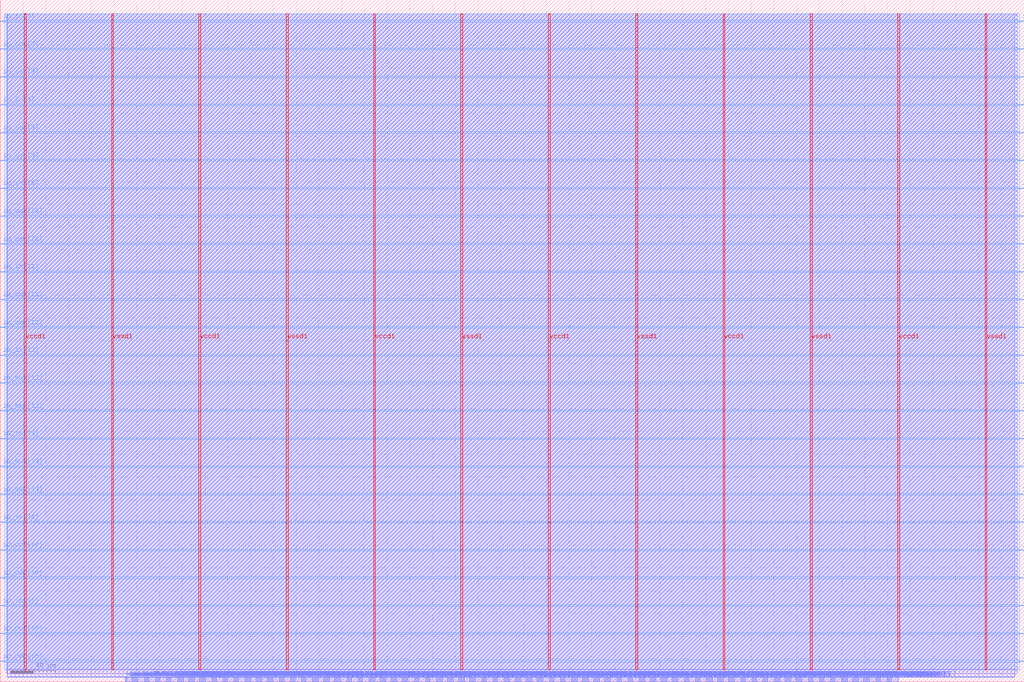
<source format=lef>
VERSION 5.7 ;
  NOWIREEXTENSIONATPIN ON ;
  DIVIDERCHAR "/" ;
  BUSBITCHARS "[]" ;
MACRO user_proj_example
  CLASS BLOCK ;
  FOREIGN user_proj_example ;
  ORIGIN 0.000 0.000 ;
  SIZE 900.000 BY 600.000 ;
  PIN io_in[0]
    DIRECTION INPUT ;
    USE SIGNAL ;
    PORT
      LAYER met3 ;
        RECT 896.000 17.720 900.000 18.320 ;
    END
  END io_in[0]
  PIN io_in[10]
    DIRECTION INPUT ;
    USE SIGNAL ;
    PORT
      LAYER met3 ;
        RECT 0.000 433.880 4.000 434.480 ;
    END
  END io_in[10]
  PIN io_in[11]
    DIRECTION INPUT ;
    USE SIGNAL ;
    PORT
      LAYER met3 ;
        RECT 0.000 360.440 4.000 361.040 ;
    END
  END io_in[11]
  PIN io_in[12]
    DIRECTION INPUT ;
    USE SIGNAL ;
    PORT
      LAYER met3 ;
        RECT 0.000 287.000 4.000 287.600 ;
    END
  END io_in[12]
  PIN io_in[13]
    DIRECTION INPUT ;
    USE SIGNAL ;
    PORT
      LAYER met3 ;
        RECT 0.000 213.560 4.000 214.160 ;
    END
  END io_in[13]
  PIN io_in[14]
    DIRECTION INPUT ;
    USE SIGNAL ;
    PORT
      LAYER met3 ;
        RECT 0.000 140.120 4.000 140.720 ;
    END
  END io_in[14]
  PIN io_in[15]
    DIRECTION INPUT ;
    USE SIGNAL ;
    PORT
      LAYER met3 ;
        RECT 0.000 66.680 4.000 67.280 ;
    END
  END io_in[15]
  PIN io_in[1]
    DIRECTION INPUT ;
    USE SIGNAL ;
    PORT
      LAYER met3 ;
        RECT 896.000 91.160 900.000 91.760 ;
    END
  END io_in[1]
  PIN io_in[2]
    DIRECTION INPUT ;
    USE SIGNAL ;
    PORT
      LAYER met3 ;
        RECT 896.000 164.600 900.000 165.200 ;
    END
  END io_in[2]
  PIN io_in[3]
    DIRECTION INPUT ;
    USE SIGNAL ;
    PORT
      LAYER met3 ;
        RECT 896.000 238.040 900.000 238.640 ;
    END
  END io_in[3]
  PIN io_in[4]
    DIRECTION INPUT ;
    USE SIGNAL ;
    PORT
      LAYER met3 ;
        RECT 896.000 311.480 900.000 312.080 ;
    END
  END io_in[4]
  PIN io_in[5]
    DIRECTION INPUT ;
    USE SIGNAL ;
    PORT
      LAYER met3 ;
        RECT 896.000 384.920 900.000 385.520 ;
    END
  END io_in[5]
  PIN io_in[6]
    DIRECTION INPUT ;
    USE SIGNAL ;
    PORT
      LAYER met3 ;
        RECT 896.000 458.360 900.000 458.960 ;
    END
  END io_in[6]
  PIN io_in[7]
    DIRECTION INPUT ;
    USE SIGNAL ;
    PORT
      LAYER met3 ;
        RECT 896.000 531.800 900.000 532.400 ;
    END
  END io_in[7]
  PIN io_in[8]
    DIRECTION INPUT ;
    USE SIGNAL ;
    PORT
      LAYER met3 ;
        RECT 0.000 580.760 4.000 581.360 ;
    END
  END io_in[8]
  PIN io_in[9]
    DIRECTION INPUT ;
    USE SIGNAL ;
    PORT
      LAYER met3 ;
        RECT 0.000 507.320 4.000 507.920 ;
    END
  END io_in[9]
  PIN io_oeb[0]
    DIRECTION OUTPUT TRISTATE ;
    USE SIGNAL ;
    ANTENNADIFFAREA 2.673000 ;
    PORT
      LAYER met3 ;
        RECT 896.000 66.680 900.000 67.280 ;
    END
  END io_oeb[0]
  PIN io_oeb[10]
    DIRECTION OUTPUT TRISTATE ;
    USE SIGNAL ;
    ANTENNADIFFAREA 2.673000 ;
    PORT
      LAYER met3 ;
        RECT 0.000 384.920 4.000 385.520 ;
    END
  END io_oeb[10]
  PIN io_oeb[11]
    DIRECTION OUTPUT TRISTATE ;
    USE SIGNAL ;
    ANTENNADIFFAREA 2.673000 ;
    PORT
      LAYER met3 ;
        RECT 0.000 311.480 4.000 312.080 ;
    END
  END io_oeb[11]
  PIN io_oeb[12]
    DIRECTION OUTPUT TRISTATE ;
    USE SIGNAL ;
    ANTENNADIFFAREA 2.673000 ;
    PORT
      LAYER met3 ;
        RECT 0.000 238.040 4.000 238.640 ;
    END
  END io_oeb[12]
  PIN io_oeb[13]
    DIRECTION OUTPUT TRISTATE ;
    USE SIGNAL ;
    ANTENNADIFFAREA 2.673000 ;
    PORT
      LAYER met3 ;
        RECT 0.000 164.600 4.000 165.200 ;
    END
  END io_oeb[13]
  PIN io_oeb[14]
    DIRECTION OUTPUT TRISTATE ;
    USE SIGNAL ;
    ANTENNADIFFAREA 2.673000 ;
    PORT
      LAYER met3 ;
        RECT 0.000 91.160 4.000 91.760 ;
    END
  END io_oeb[14]
  PIN io_oeb[15]
    DIRECTION OUTPUT TRISTATE ;
    USE SIGNAL ;
    ANTENNADIFFAREA 2.673000 ;
    PORT
      LAYER met3 ;
        RECT 0.000 17.720 4.000 18.320 ;
    END
  END io_oeb[15]
  PIN io_oeb[1]
    DIRECTION OUTPUT TRISTATE ;
    USE SIGNAL ;
    ANTENNADIFFAREA 2.673000 ;
    PORT
      LAYER met3 ;
        RECT 896.000 140.120 900.000 140.720 ;
    END
  END io_oeb[1]
  PIN io_oeb[2]
    DIRECTION OUTPUT TRISTATE ;
    USE SIGNAL ;
    ANTENNADIFFAREA 2.673000 ;
    PORT
      LAYER met3 ;
        RECT 896.000 213.560 900.000 214.160 ;
    END
  END io_oeb[2]
  PIN io_oeb[3]
    DIRECTION OUTPUT TRISTATE ;
    USE SIGNAL ;
    ANTENNADIFFAREA 2.673000 ;
    PORT
      LAYER met3 ;
        RECT 896.000 287.000 900.000 287.600 ;
    END
  END io_oeb[3]
  PIN io_oeb[4]
    DIRECTION OUTPUT TRISTATE ;
    USE SIGNAL ;
    ANTENNADIFFAREA 2.673000 ;
    PORT
      LAYER met3 ;
        RECT 896.000 360.440 900.000 361.040 ;
    END
  END io_oeb[4]
  PIN io_oeb[5]
    DIRECTION OUTPUT TRISTATE ;
    USE SIGNAL ;
    ANTENNADIFFAREA 2.673000 ;
    PORT
      LAYER met3 ;
        RECT 896.000 433.880 900.000 434.480 ;
    END
  END io_oeb[5]
  PIN io_oeb[6]
    DIRECTION OUTPUT TRISTATE ;
    USE SIGNAL ;
    ANTENNADIFFAREA 2.673000 ;
    PORT
      LAYER met3 ;
        RECT 896.000 507.320 900.000 507.920 ;
    END
  END io_oeb[6]
  PIN io_oeb[7]
    DIRECTION OUTPUT TRISTATE ;
    USE SIGNAL ;
    ANTENNADIFFAREA 2.673000 ;
    PORT
      LAYER met3 ;
        RECT 896.000 580.760 900.000 581.360 ;
    END
  END io_oeb[7]
  PIN io_oeb[8]
    DIRECTION OUTPUT TRISTATE ;
    USE SIGNAL ;
    ANTENNADIFFAREA 2.673000 ;
    PORT
      LAYER met3 ;
        RECT 0.000 531.800 4.000 532.400 ;
    END
  END io_oeb[8]
  PIN io_oeb[9]
    DIRECTION OUTPUT TRISTATE ;
    USE SIGNAL ;
    ANTENNADIFFAREA 2.673000 ;
    PORT
      LAYER met3 ;
        RECT 0.000 458.360 4.000 458.960 ;
    END
  END io_oeb[9]
  PIN io_out[0]
    DIRECTION OUTPUT TRISTATE ;
    USE SIGNAL ;
    ANTENNADIFFAREA 2.673000 ;
    PORT
      LAYER met3 ;
        RECT 896.000 42.200 900.000 42.800 ;
    END
  END io_out[0]
  PIN io_out[10]
    DIRECTION OUTPUT TRISTATE ;
    USE SIGNAL ;
    ANTENNADIFFAREA 2.673000 ;
    PORT
      LAYER met3 ;
        RECT 0.000 409.400 4.000 410.000 ;
    END
  END io_out[10]
  PIN io_out[11]
    DIRECTION OUTPUT TRISTATE ;
    USE SIGNAL ;
    ANTENNADIFFAREA 2.673000 ;
    PORT
      LAYER met3 ;
        RECT 0.000 335.960 4.000 336.560 ;
    END
  END io_out[11]
  PIN io_out[12]
    DIRECTION OUTPUT TRISTATE ;
    USE SIGNAL ;
    ANTENNADIFFAREA 2.673000 ;
    PORT
      LAYER met3 ;
        RECT 0.000 262.520 4.000 263.120 ;
    END
  END io_out[12]
  PIN io_out[13]
    DIRECTION OUTPUT TRISTATE ;
    USE SIGNAL ;
    ANTENNADIFFAREA 2.673000 ;
    PORT
      LAYER met3 ;
        RECT 0.000 189.080 4.000 189.680 ;
    END
  END io_out[13]
  PIN io_out[14]
    DIRECTION OUTPUT TRISTATE ;
    USE SIGNAL ;
    ANTENNADIFFAREA 2.673000 ;
    PORT
      LAYER met3 ;
        RECT 0.000 115.640 4.000 116.240 ;
    END
  END io_out[14]
  PIN io_out[15]
    DIRECTION OUTPUT TRISTATE ;
    USE SIGNAL ;
    ANTENNADIFFAREA 2.673000 ;
    PORT
      LAYER met3 ;
        RECT 0.000 42.200 4.000 42.800 ;
    END
  END io_out[15]
  PIN io_out[1]
    DIRECTION OUTPUT TRISTATE ;
    USE SIGNAL ;
    ANTENNADIFFAREA 2.673000 ;
    PORT
      LAYER met3 ;
        RECT 896.000 115.640 900.000 116.240 ;
    END
  END io_out[1]
  PIN io_out[2]
    DIRECTION OUTPUT TRISTATE ;
    USE SIGNAL ;
    ANTENNADIFFAREA 2.673000 ;
    PORT
      LAYER met3 ;
        RECT 896.000 189.080 900.000 189.680 ;
    END
  END io_out[2]
  PIN io_out[3]
    DIRECTION OUTPUT TRISTATE ;
    USE SIGNAL ;
    ANTENNADIFFAREA 2.673000 ;
    PORT
      LAYER met3 ;
        RECT 896.000 262.520 900.000 263.120 ;
    END
  END io_out[3]
  PIN io_out[4]
    DIRECTION OUTPUT TRISTATE ;
    USE SIGNAL ;
    ANTENNADIFFAREA 2.673000 ;
    PORT
      LAYER met3 ;
        RECT 896.000 335.960 900.000 336.560 ;
    END
  END io_out[4]
  PIN io_out[5]
    DIRECTION OUTPUT TRISTATE ;
    USE SIGNAL ;
    ANTENNADIFFAREA 2.673000 ;
    PORT
      LAYER met3 ;
        RECT 896.000 409.400 900.000 410.000 ;
    END
  END io_out[5]
  PIN io_out[6]
    DIRECTION OUTPUT TRISTATE ;
    USE SIGNAL ;
    ANTENNADIFFAREA 2.673000 ;
    PORT
      LAYER met3 ;
        RECT 896.000 482.840 900.000 483.440 ;
    END
  END io_out[6]
  PIN io_out[7]
    DIRECTION OUTPUT TRISTATE ;
    USE SIGNAL ;
    ANTENNADIFFAREA 2.673000 ;
    PORT
      LAYER met3 ;
        RECT 896.000 556.280 900.000 556.880 ;
    END
  END io_out[7]
  PIN io_out[8]
    DIRECTION OUTPUT TRISTATE ;
    USE SIGNAL ;
    ANTENNADIFFAREA 2.673000 ;
    PORT
      LAYER met3 ;
        RECT 0.000 556.280 4.000 556.880 ;
    END
  END io_out[8]
  PIN io_out[9]
    DIRECTION OUTPUT TRISTATE ;
    USE SIGNAL ;
    ANTENNADIFFAREA 2.673000 ;
    PORT
      LAYER met3 ;
        RECT 0.000 482.840 4.000 483.440 ;
    END
  END io_out[9]
  PIN irq[0]
    DIRECTION OUTPUT TRISTATE ;
    USE SIGNAL ;
    PORT
      LAYER met2 ;
        RECT 786.230 0.000 786.510 4.000 ;
    END
  END irq[0]
  PIN irq[1]
    DIRECTION OUTPUT TRISTATE ;
    USE SIGNAL ;
    PORT
      LAYER met2 ;
        RECT 787.610 0.000 787.890 4.000 ;
    END
  END irq[1]
  PIN irq[2]
    DIRECTION OUTPUT TRISTATE ;
    USE SIGNAL ;
    PORT
      LAYER met2 ;
        RECT 788.990 0.000 789.270 4.000 ;
    END
  END irq[2]
  PIN la_data_in[0]
    DIRECTION INPUT ;
    USE SIGNAL ;
    PORT
      LAYER met2 ;
        RECT 256.310 0.000 256.590 4.000 ;
    END
  END la_data_in[0]
  PIN la_data_in[100]
    DIRECTION INPUT ;
    USE SIGNAL ;
    PORT
      LAYER met2 ;
        RECT 670.310 0.000 670.590 4.000 ;
    END
  END la_data_in[100]
  PIN la_data_in[101]
    DIRECTION INPUT ;
    USE SIGNAL ;
    PORT
      LAYER met2 ;
        RECT 674.450 0.000 674.730 4.000 ;
    END
  END la_data_in[101]
  PIN la_data_in[102]
    DIRECTION INPUT ;
    USE SIGNAL ;
    PORT
      LAYER met2 ;
        RECT 678.590 0.000 678.870 4.000 ;
    END
  END la_data_in[102]
  PIN la_data_in[103]
    DIRECTION INPUT ;
    USE SIGNAL ;
    PORT
      LAYER met2 ;
        RECT 682.730 0.000 683.010 4.000 ;
    END
  END la_data_in[103]
  PIN la_data_in[104]
    DIRECTION INPUT ;
    USE SIGNAL ;
    PORT
      LAYER met2 ;
        RECT 686.870 0.000 687.150 4.000 ;
    END
  END la_data_in[104]
  PIN la_data_in[105]
    DIRECTION INPUT ;
    USE SIGNAL ;
    PORT
      LAYER met2 ;
        RECT 691.010 0.000 691.290 4.000 ;
    END
  END la_data_in[105]
  PIN la_data_in[106]
    DIRECTION INPUT ;
    USE SIGNAL ;
    PORT
      LAYER met2 ;
        RECT 695.150 0.000 695.430 4.000 ;
    END
  END la_data_in[106]
  PIN la_data_in[107]
    DIRECTION INPUT ;
    USE SIGNAL ;
    PORT
      LAYER met2 ;
        RECT 699.290 0.000 699.570 4.000 ;
    END
  END la_data_in[107]
  PIN la_data_in[108]
    DIRECTION INPUT ;
    USE SIGNAL ;
    PORT
      LAYER met2 ;
        RECT 703.430 0.000 703.710 4.000 ;
    END
  END la_data_in[108]
  PIN la_data_in[109]
    DIRECTION INPUT ;
    USE SIGNAL ;
    PORT
      LAYER met2 ;
        RECT 707.570 0.000 707.850 4.000 ;
    END
  END la_data_in[109]
  PIN la_data_in[10]
    DIRECTION INPUT ;
    USE SIGNAL ;
    PORT
      LAYER met2 ;
        RECT 297.710 0.000 297.990 4.000 ;
    END
  END la_data_in[10]
  PIN la_data_in[110]
    DIRECTION INPUT ;
    USE SIGNAL ;
    PORT
      LAYER met2 ;
        RECT 711.710 0.000 711.990 4.000 ;
    END
  END la_data_in[110]
  PIN la_data_in[111]
    DIRECTION INPUT ;
    USE SIGNAL ;
    PORT
      LAYER met2 ;
        RECT 715.850 0.000 716.130 4.000 ;
    END
  END la_data_in[111]
  PIN la_data_in[112]
    DIRECTION INPUT ;
    USE SIGNAL ;
    PORT
      LAYER met2 ;
        RECT 719.990 0.000 720.270 4.000 ;
    END
  END la_data_in[112]
  PIN la_data_in[113]
    DIRECTION INPUT ;
    USE SIGNAL ;
    PORT
      LAYER met2 ;
        RECT 724.130 0.000 724.410 4.000 ;
    END
  END la_data_in[113]
  PIN la_data_in[114]
    DIRECTION INPUT ;
    USE SIGNAL ;
    PORT
      LAYER met2 ;
        RECT 728.270 0.000 728.550 4.000 ;
    END
  END la_data_in[114]
  PIN la_data_in[115]
    DIRECTION INPUT ;
    USE SIGNAL ;
    PORT
      LAYER met2 ;
        RECT 732.410 0.000 732.690 4.000 ;
    END
  END la_data_in[115]
  PIN la_data_in[116]
    DIRECTION INPUT ;
    USE SIGNAL ;
    PORT
      LAYER met2 ;
        RECT 736.550 0.000 736.830 4.000 ;
    END
  END la_data_in[116]
  PIN la_data_in[117]
    DIRECTION INPUT ;
    USE SIGNAL ;
    PORT
      LAYER met2 ;
        RECT 740.690 0.000 740.970 4.000 ;
    END
  END la_data_in[117]
  PIN la_data_in[118]
    DIRECTION INPUT ;
    USE SIGNAL ;
    PORT
      LAYER met2 ;
        RECT 744.830 0.000 745.110 4.000 ;
    END
  END la_data_in[118]
  PIN la_data_in[119]
    DIRECTION INPUT ;
    USE SIGNAL ;
    PORT
      LAYER met2 ;
        RECT 748.970 0.000 749.250 4.000 ;
    END
  END la_data_in[119]
  PIN la_data_in[11]
    DIRECTION INPUT ;
    USE SIGNAL ;
    PORT
      LAYER met2 ;
        RECT 301.850 0.000 302.130 4.000 ;
    END
  END la_data_in[11]
  PIN la_data_in[120]
    DIRECTION INPUT ;
    USE SIGNAL ;
    PORT
      LAYER met2 ;
        RECT 753.110 0.000 753.390 4.000 ;
    END
  END la_data_in[120]
  PIN la_data_in[121]
    DIRECTION INPUT ;
    USE SIGNAL ;
    PORT
      LAYER met2 ;
        RECT 757.250 0.000 757.530 4.000 ;
    END
  END la_data_in[121]
  PIN la_data_in[122]
    DIRECTION INPUT ;
    USE SIGNAL ;
    PORT
      LAYER met2 ;
        RECT 761.390 0.000 761.670 4.000 ;
    END
  END la_data_in[122]
  PIN la_data_in[123]
    DIRECTION INPUT ;
    USE SIGNAL ;
    PORT
      LAYER met2 ;
        RECT 765.530 0.000 765.810 4.000 ;
    END
  END la_data_in[123]
  PIN la_data_in[124]
    DIRECTION INPUT ;
    USE SIGNAL ;
    PORT
      LAYER met2 ;
        RECT 769.670 0.000 769.950 4.000 ;
    END
  END la_data_in[124]
  PIN la_data_in[125]
    DIRECTION INPUT ;
    USE SIGNAL ;
    PORT
      LAYER met2 ;
        RECT 773.810 0.000 774.090 4.000 ;
    END
  END la_data_in[125]
  PIN la_data_in[126]
    DIRECTION INPUT ;
    USE SIGNAL ;
    PORT
      LAYER met2 ;
        RECT 777.950 0.000 778.230 4.000 ;
    END
  END la_data_in[126]
  PIN la_data_in[127]
    DIRECTION INPUT ;
    USE SIGNAL ;
    PORT
      LAYER met2 ;
        RECT 782.090 0.000 782.370 4.000 ;
    END
  END la_data_in[127]
  PIN la_data_in[12]
    DIRECTION INPUT ;
    USE SIGNAL ;
    PORT
      LAYER met2 ;
        RECT 305.990 0.000 306.270 4.000 ;
    END
  END la_data_in[12]
  PIN la_data_in[13]
    DIRECTION INPUT ;
    USE SIGNAL ;
    PORT
      LAYER met2 ;
        RECT 310.130 0.000 310.410 4.000 ;
    END
  END la_data_in[13]
  PIN la_data_in[14]
    DIRECTION INPUT ;
    USE SIGNAL ;
    PORT
      LAYER met2 ;
        RECT 314.270 0.000 314.550 4.000 ;
    END
  END la_data_in[14]
  PIN la_data_in[15]
    DIRECTION INPUT ;
    USE SIGNAL ;
    PORT
      LAYER met2 ;
        RECT 318.410 0.000 318.690 4.000 ;
    END
  END la_data_in[15]
  PIN la_data_in[16]
    DIRECTION INPUT ;
    USE SIGNAL ;
    PORT
      LAYER met2 ;
        RECT 322.550 0.000 322.830 4.000 ;
    END
  END la_data_in[16]
  PIN la_data_in[17]
    DIRECTION INPUT ;
    USE SIGNAL ;
    PORT
      LAYER met2 ;
        RECT 326.690 0.000 326.970 4.000 ;
    END
  END la_data_in[17]
  PIN la_data_in[18]
    DIRECTION INPUT ;
    USE SIGNAL ;
    PORT
      LAYER met2 ;
        RECT 330.830 0.000 331.110 4.000 ;
    END
  END la_data_in[18]
  PIN la_data_in[19]
    DIRECTION INPUT ;
    USE SIGNAL ;
    PORT
      LAYER met2 ;
        RECT 334.970 0.000 335.250 4.000 ;
    END
  END la_data_in[19]
  PIN la_data_in[1]
    DIRECTION INPUT ;
    USE SIGNAL ;
    PORT
      LAYER met2 ;
        RECT 260.450 0.000 260.730 4.000 ;
    END
  END la_data_in[1]
  PIN la_data_in[20]
    DIRECTION INPUT ;
    USE SIGNAL ;
    PORT
      LAYER met2 ;
        RECT 339.110 0.000 339.390 4.000 ;
    END
  END la_data_in[20]
  PIN la_data_in[21]
    DIRECTION INPUT ;
    USE SIGNAL ;
    PORT
      LAYER met2 ;
        RECT 343.250 0.000 343.530 4.000 ;
    END
  END la_data_in[21]
  PIN la_data_in[22]
    DIRECTION INPUT ;
    USE SIGNAL ;
    PORT
      LAYER met2 ;
        RECT 347.390 0.000 347.670 4.000 ;
    END
  END la_data_in[22]
  PIN la_data_in[23]
    DIRECTION INPUT ;
    USE SIGNAL ;
    PORT
      LAYER met2 ;
        RECT 351.530 0.000 351.810 4.000 ;
    END
  END la_data_in[23]
  PIN la_data_in[24]
    DIRECTION INPUT ;
    USE SIGNAL ;
    PORT
      LAYER met2 ;
        RECT 355.670 0.000 355.950 4.000 ;
    END
  END la_data_in[24]
  PIN la_data_in[25]
    DIRECTION INPUT ;
    USE SIGNAL ;
    PORT
      LAYER met2 ;
        RECT 359.810 0.000 360.090 4.000 ;
    END
  END la_data_in[25]
  PIN la_data_in[26]
    DIRECTION INPUT ;
    USE SIGNAL ;
    PORT
      LAYER met2 ;
        RECT 363.950 0.000 364.230 4.000 ;
    END
  END la_data_in[26]
  PIN la_data_in[27]
    DIRECTION INPUT ;
    USE SIGNAL ;
    PORT
      LAYER met2 ;
        RECT 368.090 0.000 368.370 4.000 ;
    END
  END la_data_in[27]
  PIN la_data_in[28]
    DIRECTION INPUT ;
    USE SIGNAL ;
    PORT
      LAYER met2 ;
        RECT 372.230 0.000 372.510 4.000 ;
    END
  END la_data_in[28]
  PIN la_data_in[29]
    DIRECTION INPUT ;
    USE SIGNAL ;
    PORT
      LAYER met2 ;
        RECT 376.370 0.000 376.650 4.000 ;
    END
  END la_data_in[29]
  PIN la_data_in[2]
    DIRECTION INPUT ;
    USE SIGNAL ;
    PORT
      LAYER met2 ;
        RECT 264.590 0.000 264.870 4.000 ;
    END
  END la_data_in[2]
  PIN la_data_in[30]
    DIRECTION INPUT ;
    USE SIGNAL ;
    PORT
      LAYER met2 ;
        RECT 380.510 0.000 380.790 4.000 ;
    END
  END la_data_in[30]
  PIN la_data_in[31]
    DIRECTION INPUT ;
    USE SIGNAL ;
    PORT
      LAYER met2 ;
        RECT 384.650 0.000 384.930 4.000 ;
    END
  END la_data_in[31]
  PIN la_data_in[32]
    DIRECTION INPUT ;
    USE SIGNAL ;
    PORT
      LAYER met2 ;
        RECT 388.790 0.000 389.070 4.000 ;
    END
  END la_data_in[32]
  PIN la_data_in[33]
    DIRECTION INPUT ;
    USE SIGNAL ;
    PORT
      LAYER met2 ;
        RECT 392.930 0.000 393.210 4.000 ;
    END
  END la_data_in[33]
  PIN la_data_in[34]
    DIRECTION INPUT ;
    USE SIGNAL ;
    PORT
      LAYER met2 ;
        RECT 397.070 0.000 397.350 4.000 ;
    END
  END la_data_in[34]
  PIN la_data_in[35]
    DIRECTION INPUT ;
    USE SIGNAL ;
    PORT
      LAYER met2 ;
        RECT 401.210 0.000 401.490 4.000 ;
    END
  END la_data_in[35]
  PIN la_data_in[36]
    DIRECTION INPUT ;
    USE SIGNAL ;
    PORT
      LAYER met2 ;
        RECT 405.350 0.000 405.630 4.000 ;
    END
  END la_data_in[36]
  PIN la_data_in[37]
    DIRECTION INPUT ;
    USE SIGNAL ;
    PORT
      LAYER met2 ;
        RECT 409.490 0.000 409.770 4.000 ;
    END
  END la_data_in[37]
  PIN la_data_in[38]
    DIRECTION INPUT ;
    USE SIGNAL ;
    PORT
      LAYER met2 ;
        RECT 413.630 0.000 413.910 4.000 ;
    END
  END la_data_in[38]
  PIN la_data_in[39]
    DIRECTION INPUT ;
    USE SIGNAL ;
    PORT
      LAYER met2 ;
        RECT 417.770 0.000 418.050 4.000 ;
    END
  END la_data_in[39]
  PIN la_data_in[3]
    DIRECTION INPUT ;
    USE SIGNAL ;
    PORT
      LAYER met2 ;
        RECT 268.730 0.000 269.010 4.000 ;
    END
  END la_data_in[3]
  PIN la_data_in[40]
    DIRECTION INPUT ;
    USE SIGNAL ;
    PORT
      LAYER met2 ;
        RECT 421.910 0.000 422.190 4.000 ;
    END
  END la_data_in[40]
  PIN la_data_in[41]
    DIRECTION INPUT ;
    USE SIGNAL ;
    PORT
      LAYER met2 ;
        RECT 426.050 0.000 426.330 4.000 ;
    END
  END la_data_in[41]
  PIN la_data_in[42]
    DIRECTION INPUT ;
    USE SIGNAL ;
    PORT
      LAYER met2 ;
        RECT 430.190 0.000 430.470 4.000 ;
    END
  END la_data_in[42]
  PIN la_data_in[43]
    DIRECTION INPUT ;
    USE SIGNAL ;
    PORT
      LAYER met2 ;
        RECT 434.330 0.000 434.610 4.000 ;
    END
  END la_data_in[43]
  PIN la_data_in[44]
    DIRECTION INPUT ;
    USE SIGNAL ;
    PORT
      LAYER met2 ;
        RECT 438.470 0.000 438.750 4.000 ;
    END
  END la_data_in[44]
  PIN la_data_in[45]
    DIRECTION INPUT ;
    USE SIGNAL ;
    PORT
      LAYER met2 ;
        RECT 442.610 0.000 442.890 4.000 ;
    END
  END la_data_in[45]
  PIN la_data_in[46]
    DIRECTION INPUT ;
    USE SIGNAL ;
    PORT
      LAYER met2 ;
        RECT 446.750 0.000 447.030 4.000 ;
    END
  END la_data_in[46]
  PIN la_data_in[47]
    DIRECTION INPUT ;
    USE SIGNAL ;
    PORT
      LAYER met2 ;
        RECT 450.890 0.000 451.170 4.000 ;
    END
  END la_data_in[47]
  PIN la_data_in[48]
    DIRECTION INPUT ;
    USE SIGNAL ;
    ANTENNAGATEAREA 0.126000 ;
    PORT
      LAYER met2 ;
        RECT 455.030 0.000 455.310 4.000 ;
    END
  END la_data_in[48]
  PIN la_data_in[49]
    DIRECTION INPUT ;
    USE SIGNAL ;
    ANTENNAGATEAREA 0.126000 ;
    PORT
      LAYER met2 ;
        RECT 459.170 0.000 459.450 4.000 ;
    END
  END la_data_in[49]
  PIN la_data_in[4]
    DIRECTION INPUT ;
    USE SIGNAL ;
    PORT
      LAYER met2 ;
        RECT 272.870 0.000 273.150 4.000 ;
    END
  END la_data_in[4]
  PIN la_data_in[50]
    DIRECTION INPUT ;
    USE SIGNAL ;
    ANTENNAGATEAREA 0.126000 ;
    PORT
      LAYER met2 ;
        RECT 463.310 0.000 463.590 4.000 ;
    END
  END la_data_in[50]
  PIN la_data_in[51]
    DIRECTION INPUT ;
    USE SIGNAL ;
    ANTENNAGATEAREA 0.126000 ;
    PORT
      LAYER met2 ;
        RECT 467.450 0.000 467.730 4.000 ;
    END
  END la_data_in[51]
  PIN la_data_in[52]
    DIRECTION INPUT ;
    USE SIGNAL ;
    ANTENNAGATEAREA 0.126000 ;
    PORT
      LAYER met2 ;
        RECT 471.590 0.000 471.870 4.000 ;
    END
  END la_data_in[52]
  PIN la_data_in[53]
    DIRECTION INPUT ;
    USE SIGNAL ;
    ANTENNAGATEAREA 0.126000 ;
    PORT
      LAYER met2 ;
        RECT 475.730 0.000 476.010 4.000 ;
    END
  END la_data_in[53]
  PIN la_data_in[54]
    DIRECTION INPUT ;
    USE SIGNAL ;
    ANTENNAGATEAREA 0.126000 ;
    PORT
      LAYER met2 ;
        RECT 479.870 0.000 480.150 4.000 ;
    END
  END la_data_in[54]
  PIN la_data_in[55]
    DIRECTION INPUT ;
    USE SIGNAL ;
    ANTENNAGATEAREA 0.126000 ;
    PORT
      LAYER met2 ;
        RECT 484.010 0.000 484.290 4.000 ;
    END
  END la_data_in[55]
  PIN la_data_in[56]
    DIRECTION INPUT ;
    USE SIGNAL ;
    ANTENNAGATEAREA 0.126000 ;
    PORT
      LAYER met2 ;
        RECT 488.150 0.000 488.430 4.000 ;
    END
  END la_data_in[56]
  PIN la_data_in[57]
    DIRECTION INPUT ;
    USE SIGNAL ;
    ANTENNAGATEAREA 0.126000 ;
    PORT
      LAYER met2 ;
        RECT 492.290 0.000 492.570 4.000 ;
    END
  END la_data_in[57]
  PIN la_data_in[58]
    DIRECTION INPUT ;
    USE SIGNAL ;
    ANTENNAGATEAREA 0.126000 ;
    PORT
      LAYER met2 ;
        RECT 496.430 0.000 496.710 4.000 ;
    END
  END la_data_in[58]
  PIN la_data_in[59]
    DIRECTION INPUT ;
    USE SIGNAL ;
    ANTENNAGATEAREA 0.126000 ;
    PORT
      LAYER met2 ;
        RECT 500.570 0.000 500.850 4.000 ;
    END
  END la_data_in[59]
  PIN la_data_in[5]
    DIRECTION INPUT ;
    USE SIGNAL ;
    PORT
      LAYER met2 ;
        RECT 277.010 0.000 277.290 4.000 ;
    END
  END la_data_in[5]
  PIN la_data_in[60]
    DIRECTION INPUT ;
    USE SIGNAL ;
    ANTENNAGATEAREA 0.126000 ;
    PORT
      LAYER met2 ;
        RECT 504.710 0.000 504.990 4.000 ;
    END
  END la_data_in[60]
  PIN la_data_in[61]
    DIRECTION INPUT ;
    USE SIGNAL ;
    ANTENNAGATEAREA 0.126000 ;
    PORT
      LAYER met2 ;
        RECT 508.850 0.000 509.130 4.000 ;
    END
  END la_data_in[61]
  PIN la_data_in[62]
    DIRECTION INPUT ;
    USE SIGNAL ;
    ANTENNAGATEAREA 0.126000 ;
    PORT
      LAYER met2 ;
        RECT 512.990 0.000 513.270 4.000 ;
    END
  END la_data_in[62]
  PIN la_data_in[63]
    DIRECTION INPUT ;
    USE SIGNAL ;
    ANTENNAGATEAREA 0.126000 ;
    PORT
      LAYER met2 ;
        RECT 517.130 0.000 517.410 4.000 ;
    END
  END la_data_in[63]
  PIN la_data_in[64]
    DIRECTION INPUT ;
    USE SIGNAL ;
    ANTENNAGATEAREA 0.196500 ;
    PORT
      LAYER met2 ;
        RECT 521.270 0.000 521.550 4.000 ;
    END
  END la_data_in[64]
  PIN la_data_in[65]
    DIRECTION INPUT ;
    USE SIGNAL ;
    ANTENNAGATEAREA 0.126000 ;
    PORT
      LAYER met2 ;
        RECT 525.410 0.000 525.690 4.000 ;
    END
  END la_data_in[65]
  PIN la_data_in[66]
    DIRECTION INPUT ;
    USE SIGNAL ;
    PORT
      LAYER met2 ;
        RECT 529.550 0.000 529.830 4.000 ;
    END
  END la_data_in[66]
  PIN la_data_in[67]
    DIRECTION INPUT ;
    USE SIGNAL ;
    PORT
      LAYER met2 ;
        RECT 533.690 0.000 533.970 4.000 ;
    END
  END la_data_in[67]
  PIN la_data_in[68]
    DIRECTION INPUT ;
    USE SIGNAL ;
    PORT
      LAYER met2 ;
        RECT 537.830 0.000 538.110 4.000 ;
    END
  END la_data_in[68]
  PIN la_data_in[69]
    DIRECTION INPUT ;
    USE SIGNAL ;
    PORT
      LAYER met2 ;
        RECT 541.970 0.000 542.250 4.000 ;
    END
  END la_data_in[69]
  PIN la_data_in[6]
    DIRECTION INPUT ;
    USE SIGNAL ;
    PORT
      LAYER met2 ;
        RECT 281.150 0.000 281.430 4.000 ;
    END
  END la_data_in[6]
  PIN la_data_in[70]
    DIRECTION INPUT ;
    USE SIGNAL ;
    PORT
      LAYER met2 ;
        RECT 546.110 0.000 546.390 4.000 ;
    END
  END la_data_in[70]
  PIN la_data_in[71]
    DIRECTION INPUT ;
    USE SIGNAL ;
    PORT
      LAYER met2 ;
        RECT 550.250 0.000 550.530 4.000 ;
    END
  END la_data_in[71]
  PIN la_data_in[72]
    DIRECTION INPUT ;
    USE SIGNAL ;
    PORT
      LAYER met2 ;
        RECT 554.390 0.000 554.670 4.000 ;
    END
  END la_data_in[72]
  PIN la_data_in[73]
    DIRECTION INPUT ;
    USE SIGNAL ;
    PORT
      LAYER met2 ;
        RECT 558.530 0.000 558.810 4.000 ;
    END
  END la_data_in[73]
  PIN la_data_in[74]
    DIRECTION INPUT ;
    USE SIGNAL ;
    PORT
      LAYER met2 ;
        RECT 562.670 0.000 562.950 4.000 ;
    END
  END la_data_in[74]
  PIN la_data_in[75]
    DIRECTION INPUT ;
    USE SIGNAL ;
    PORT
      LAYER met2 ;
        RECT 566.810 0.000 567.090 4.000 ;
    END
  END la_data_in[75]
  PIN la_data_in[76]
    DIRECTION INPUT ;
    USE SIGNAL ;
    PORT
      LAYER met2 ;
        RECT 570.950 0.000 571.230 4.000 ;
    END
  END la_data_in[76]
  PIN la_data_in[77]
    DIRECTION INPUT ;
    USE SIGNAL ;
    PORT
      LAYER met2 ;
        RECT 575.090 0.000 575.370 4.000 ;
    END
  END la_data_in[77]
  PIN la_data_in[78]
    DIRECTION INPUT ;
    USE SIGNAL ;
    PORT
      LAYER met2 ;
        RECT 579.230 0.000 579.510 4.000 ;
    END
  END la_data_in[78]
  PIN la_data_in[79]
    DIRECTION INPUT ;
    USE SIGNAL ;
    PORT
      LAYER met2 ;
        RECT 583.370 0.000 583.650 4.000 ;
    END
  END la_data_in[79]
  PIN la_data_in[7]
    DIRECTION INPUT ;
    USE SIGNAL ;
    PORT
      LAYER met2 ;
        RECT 285.290 0.000 285.570 4.000 ;
    END
  END la_data_in[7]
  PIN la_data_in[80]
    DIRECTION INPUT ;
    USE SIGNAL ;
    PORT
      LAYER met2 ;
        RECT 587.510 0.000 587.790 4.000 ;
    END
  END la_data_in[80]
  PIN la_data_in[81]
    DIRECTION INPUT ;
    USE SIGNAL ;
    PORT
      LAYER met2 ;
        RECT 591.650 0.000 591.930 4.000 ;
    END
  END la_data_in[81]
  PIN la_data_in[82]
    DIRECTION INPUT ;
    USE SIGNAL ;
    PORT
      LAYER met2 ;
        RECT 595.790 0.000 596.070 4.000 ;
    END
  END la_data_in[82]
  PIN la_data_in[83]
    DIRECTION INPUT ;
    USE SIGNAL ;
    PORT
      LAYER met2 ;
        RECT 599.930 0.000 600.210 4.000 ;
    END
  END la_data_in[83]
  PIN la_data_in[84]
    DIRECTION INPUT ;
    USE SIGNAL ;
    PORT
      LAYER met2 ;
        RECT 604.070 0.000 604.350 4.000 ;
    END
  END la_data_in[84]
  PIN la_data_in[85]
    DIRECTION INPUT ;
    USE SIGNAL ;
    PORT
      LAYER met2 ;
        RECT 608.210 0.000 608.490 4.000 ;
    END
  END la_data_in[85]
  PIN la_data_in[86]
    DIRECTION INPUT ;
    USE SIGNAL ;
    PORT
      LAYER met2 ;
        RECT 612.350 0.000 612.630 4.000 ;
    END
  END la_data_in[86]
  PIN la_data_in[87]
    DIRECTION INPUT ;
    USE SIGNAL ;
    PORT
      LAYER met2 ;
        RECT 616.490 0.000 616.770 4.000 ;
    END
  END la_data_in[87]
  PIN la_data_in[88]
    DIRECTION INPUT ;
    USE SIGNAL ;
    PORT
      LAYER met2 ;
        RECT 620.630 0.000 620.910 4.000 ;
    END
  END la_data_in[88]
  PIN la_data_in[89]
    DIRECTION INPUT ;
    USE SIGNAL ;
    PORT
      LAYER met2 ;
        RECT 624.770 0.000 625.050 4.000 ;
    END
  END la_data_in[89]
  PIN la_data_in[8]
    DIRECTION INPUT ;
    USE SIGNAL ;
    PORT
      LAYER met2 ;
        RECT 289.430 0.000 289.710 4.000 ;
    END
  END la_data_in[8]
  PIN la_data_in[90]
    DIRECTION INPUT ;
    USE SIGNAL ;
    PORT
      LAYER met2 ;
        RECT 628.910 0.000 629.190 4.000 ;
    END
  END la_data_in[90]
  PIN la_data_in[91]
    DIRECTION INPUT ;
    USE SIGNAL ;
    PORT
      LAYER met2 ;
        RECT 633.050 0.000 633.330 4.000 ;
    END
  END la_data_in[91]
  PIN la_data_in[92]
    DIRECTION INPUT ;
    USE SIGNAL ;
    PORT
      LAYER met2 ;
        RECT 637.190 0.000 637.470 4.000 ;
    END
  END la_data_in[92]
  PIN la_data_in[93]
    DIRECTION INPUT ;
    USE SIGNAL ;
    PORT
      LAYER met2 ;
        RECT 641.330 0.000 641.610 4.000 ;
    END
  END la_data_in[93]
  PIN la_data_in[94]
    DIRECTION INPUT ;
    USE SIGNAL ;
    PORT
      LAYER met2 ;
        RECT 645.470 0.000 645.750 4.000 ;
    END
  END la_data_in[94]
  PIN la_data_in[95]
    DIRECTION INPUT ;
    USE SIGNAL ;
    PORT
      LAYER met2 ;
        RECT 649.610 0.000 649.890 4.000 ;
    END
  END la_data_in[95]
  PIN la_data_in[96]
    DIRECTION INPUT ;
    USE SIGNAL ;
    PORT
      LAYER met2 ;
        RECT 653.750 0.000 654.030 4.000 ;
    END
  END la_data_in[96]
  PIN la_data_in[97]
    DIRECTION INPUT ;
    USE SIGNAL ;
    PORT
      LAYER met2 ;
        RECT 657.890 0.000 658.170 4.000 ;
    END
  END la_data_in[97]
  PIN la_data_in[98]
    DIRECTION INPUT ;
    USE SIGNAL ;
    PORT
      LAYER met2 ;
        RECT 662.030 0.000 662.310 4.000 ;
    END
  END la_data_in[98]
  PIN la_data_in[99]
    DIRECTION INPUT ;
    USE SIGNAL ;
    PORT
      LAYER met2 ;
        RECT 666.170 0.000 666.450 4.000 ;
    END
  END la_data_in[99]
  PIN la_data_in[9]
    DIRECTION INPUT ;
    USE SIGNAL ;
    PORT
      LAYER met2 ;
        RECT 293.570 0.000 293.850 4.000 ;
    END
  END la_data_in[9]
  PIN la_data_out[0]
    DIRECTION OUTPUT TRISTATE ;
    USE SIGNAL ;
    ANTENNADIFFAREA 2.673000 ;
    PORT
      LAYER met2 ;
        RECT 257.690 0.000 257.970 4.000 ;
    END
  END la_data_out[0]
  PIN la_data_out[100]
    DIRECTION OUTPUT TRISTATE ;
    USE SIGNAL ;
    PORT
      LAYER met2 ;
        RECT 671.690 0.000 671.970 4.000 ;
    END
  END la_data_out[100]
  PIN la_data_out[101]
    DIRECTION OUTPUT TRISTATE ;
    USE SIGNAL ;
    PORT
      LAYER met2 ;
        RECT 675.830 0.000 676.110 4.000 ;
    END
  END la_data_out[101]
  PIN la_data_out[102]
    DIRECTION OUTPUT TRISTATE ;
    USE SIGNAL ;
    PORT
      LAYER met2 ;
        RECT 679.970 0.000 680.250 4.000 ;
    END
  END la_data_out[102]
  PIN la_data_out[103]
    DIRECTION OUTPUT TRISTATE ;
    USE SIGNAL ;
    PORT
      LAYER met2 ;
        RECT 684.110 0.000 684.390 4.000 ;
    END
  END la_data_out[103]
  PIN la_data_out[104]
    DIRECTION OUTPUT TRISTATE ;
    USE SIGNAL ;
    PORT
      LAYER met2 ;
        RECT 688.250 0.000 688.530 4.000 ;
    END
  END la_data_out[104]
  PIN la_data_out[105]
    DIRECTION OUTPUT TRISTATE ;
    USE SIGNAL ;
    PORT
      LAYER met2 ;
        RECT 692.390 0.000 692.670 4.000 ;
    END
  END la_data_out[105]
  PIN la_data_out[106]
    DIRECTION OUTPUT TRISTATE ;
    USE SIGNAL ;
    PORT
      LAYER met2 ;
        RECT 696.530 0.000 696.810 4.000 ;
    END
  END la_data_out[106]
  PIN la_data_out[107]
    DIRECTION OUTPUT TRISTATE ;
    USE SIGNAL ;
    PORT
      LAYER met2 ;
        RECT 700.670 0.000 700.950 4.000 ;
    END
  END la_data_out[107]
  PIN la_data_out[108]
    DIRECTION OUTPUT TRISTATE ;
    USE SIGNAL ;
    PORT
      LAYER met2 ;
        RECT 704.810 0.000 705.090 4.000 ;
    END
  END la_data_out[108]
  PIN la_data_out[109]
    DIRECTION OUTPUT TRISTATE ;
    USE SIGNAL ;
    PORT
      LAYER met2 ;
        RECT 708.950 0.000 709.230 4.000 ;
    END
  END la_data_out[109]
  PIN la_data_out[10]
    DIRECTION OUTPUT TRISTATE ;
    USE SIGNAL ;
    ANTENNADIFFAREA 2.673000 ;
    PORT
      LAYER met2 ;
        RECT 299.090 0.000 299.370 4.000 ;
    END
  END la_data_out[10]
  PIN la_data_out[110]
    DIRECTION OUTPUT TRISTATE ;
    USE SIGNAL ;
    PORT
      LAYER met2 ;
        RECT 713.090 0.000 713.370 4.000 ;
    END
  END la_data_out[110]
  PIN la_data_out[111]
    DIRECTION OUTPUT TRISTATE ;
    USE SIGNAL ;
    PORT
      LAYER met2 ;
        RECT 717.230 0.000 717.510 4.000 ;
    END
  END la_data_out[111]
  PIN la_data_out[112]
    DIRECTION OUTPUT TRISTATE ;
    USE SIGNAL ;
    PORT
      LAYER met2 ;
        RECT 721.370 0.000 721.650 4.000 ;
    END
  END la_data_out[112]
  PIN la_data_out[113]
    DIRECTION OUTPUT TRISTATE ;
    USE SIGNAL ;
    PORT
      LAYER met2 ;
        RECT 725.510 0.000 725.790 4.000 ;
    END
  END la_data_out[113]
  PIN la_data_out[114]
    DIRECTION OUTPUT TRISTATE ;
    USE SIGNAL ;
    PORT
      LAYER met2 ;
        RECT 729.650 0.000 729.930 4.000 ;
    END
  END la_data_out[114]
  PIN la_data_out[115]
    DIRECTION OUTPUT TRISTATE ;
    USE SIGNAL ;
    PORT
      LAYER met2 ;
        RECT 733.790 0.000 734.070 4.000 ;
    END
  END la_data_out[115]
  PIN la_data_out[116]
    DIRECTION OUTPUT TRISTATE ;
    USE SIGNAL ;
    PORT
      LAYER met2 ;
        RECT 737.930 0.000 738.210 4.000 ;
    END
  END la_data_out[116]
  PIN la_data_out[117]
    DIRECTION OUTPUT TRISTATE ;
    USE SIGNAL ;
    PORT
      LAYER met2 ;
        RECT 742.070 0.000 742.350 4.000 ;
    END
  END la_data_out[117]
  PIN la_data_out[118]
    DIRECTION OUTPUT TRISTATE ;
    USE SIGNAL ;
    PORT
      LAYER met2 ;
        RECT 746.210 0.000 746.490 4.000 ;
    END
  END la_data_out[118]
  PIN la_data_out[119]
    DIRECTION OUTPUT TRISTATE ;
    USE SIGNAL ;
    PORT
      LAYER met2 ;
        RECT 750.350 0.000 750.630 4.000 ;
    END
  END la_data_out[119]
  PIN la_data_out[11]
    DIRECTION OUTPUT TRISTATE ;
    USE SIGNAL ;
    ANTENNADIFFAREA 2.673000 ;
    PORT
      LAYER met2 ;
        RECT 303.230 0.000 303.510 4.000 ;
    END
  END la_data_out[11]
  PIN la_data_out[120]
    DIRECTION OUTPUT TRISTATE ;
    USE SIGNAL ;
    PORT
      LAYER met2 ;
        RECT 754.490 0.000 754.770 4.000 ;
    END
  END la_data_out[120]
  PIN la_data_out[121]
    DIRECTION OUTPUT TRISTATE ;
    USE SIGNAL ;
    PORT
      LAYER met2 ;
        RECT 758.630 0.000 758.910 4.000 ;
    END
  END la_data_out[121]
  PIN la_data_out[122]
    DIRECTION OUTPUT TRISTATE ;
    USE SIGNAL ;
    PORT
      LAYER met2 ;
        RECT 762.770 0.000 763.050 4.000 ;
    END
  END la_data_out[122]
  PIN la_data_out[123]
    DIRECTION OUTPUT TRISTATE ;
    USE SIGNAL ;
    PORT
      LAYER met2 ;
        RECT 766.910 0.000 767.190 4.000 ;
    END
  END la_data_out[123]
  PIN la_data_out[124]
    DIRECTION OUTPUT TRISTATE ;
    USE SIGNAL ;
    PORT
      LAYER met2 ;
        RECT 771.050 0.000 771.330 4.000 ;
    END
  END la_data_out[124]
  PIN la_data_out[125]
    DIRECTION OUTPUT TRISTATE ;
    USE SIGNAL ;
    PORT
      LAYER met2 ;
        RECT 775.190 0.000 775.470 4.000 ;
    END
  END la_data_out[125]
  PIN la_data_out[126]
    DIRECTION OUTPUT TRISTATE ;
    USE SIGNAL ;
    PORT
      LAYER met2 ;
        RECT 779.330 0.000 779.610 4.000 ;
    END
  END la_data_out[126]
  PIN la_data_out[127]
    DIRECTION OUTPUT TRISTATE ;
    USE SIGNAL ;
    PORT
      LAYER met2 ;
        RECT 783.470 0.000 783.750 4.000 ;
    END
  END la_data_out[127]
  PIN la_data_out[12]
    DIRECTION OUTPUT TRISTATE ;
    USE SIGNAL ;
    ANTENNADIFFAREA 2.673000 ;
    PORT
      LAYER met2 ;
        RECT 307.370 0.000 307.650 4.000 ;
    END
  END la_data_out[12]
  PIN la_data_out[13]
    DIRECTION OUTPUT TRISTATE ;
    USE SIGNAL ;
    ANTENNADIFFAREA 2.673000 ;
    PORT
      LAYER met2 ;
        RECT 311.510 0.000 311.790 4.000 ;
    END
  END la_data_out[13]
  PIN la_data_out[14]
    DIRECTION OUTPUT TRISTATE ;
    USE SIGNAL ;
    ANTENNADIFFAREA 2.673000 ;
    PORT
      LAYER met2 ;
        RECT 315.650 0.000 315.930 4.000 ;
    END
  END la_data_out[14]
  PIN la_data_out[15]
    DIRECTION OUTPUT TRISTATE ;
    USE SIGNAL ;
    ANTENNADIFFAREA 2.673000 ;
    PORT
      LAYER met2 ;
        RECT 319.790 0.000 320.070 4.000 ;
    END
  END la_data_out[15]
  PIN la_data_out[16]
    DIRECTION OUTPUT TRISTATE ;
    USE SIGNAL ;
    PORT
      LAYER met2 ;
        RECT 323.930 0.000 324.210 4.000 ;
    END
  END la_data_out[16]
  PIN la_data_out[17]
    DIRECTION OUTPUT TRISTATE ;
    USE SIGNAL ;
    PORT
      LAYER met2 ;
        RECT 328.070 0.000 328.350 4.000 ;
    END
  END la_data_out[17]
  PIN la_data_out[18]
    DIRECTION OUTPUT TRISTATE ;
    USE SIGNAL ;
    PORT
      LAYER met2 ;
        RECT 332.210 0.000 332.490 4.000 ;
    END
  END la_data_out[18]
  PIN la_data_out[19]
    DIRECTION OUTPUT TRISTATE ;
    USE SIGNAL ;
    PORT
      LAYER met2 ;
        RECT 336.350 0.000 336.630 4.000 ;
    END
  END la_data_out[19]
  PIN la_data_out[1]
    DIRECTION OUTPUT TRISTATE ;
    USE SIGNAL ;
    ANTENNADIFFAREA 2.673000 ;
    PORT
      LAYER met2 ;
        RECT 261.830 0.000 262.110 4.000 ;
    END
  END la_data_out[1]
  PIN la_data_out[20]
    DIRECTION OUTPUT TRISTATE ;
    USE SIGNAL ;
    PORT
      LAYER met2 ;
        RECT 340.490 0.000 340.770 4.000 ;
    END
  END la_data_out[20]
  PIN la_data_out[21]
    DIRECTION OUTPUT TRISTATE ;
    USE SIGNAL ;
    PORT
      LAYER met2 ;
        RECT 344.630 0.000 344.910 4.000 ;
    END
  END la_data_out[21]
  PIN la_data_out[22]
    DIRECTION OUTPUT TRISTATE ;
    USE SIGNAL ;
    PORT
      LAYER met2 ;
        RECT 348.770 0.000 349.050 4.000 ;
    END
  END la_data_out[22]
  PIN la_data_out[23]
    DIRECTION OUTPUT TRISTATE ;
    USE SIGNAL ;
    PORT
      LAYER met2 ;
        RECT 352.910 0.000 353.190 4.000 ;
    END
  END la_data_out[23]
  PIN la_data_out[24]
    DIRECTION OUTPUT TRISTATE ;
    USE SIGNAL ;
    PORT
      LAYER met2 ;
        RECT 357.050 0.000 357.330 4.000 ;
    END
  END la_data_out[24]
  PIN la_data_out[25]
    DIRECTION OUTPUT TRISTATE ;
    USE SIGNAL ;
    PORT
      LAYER met2 ;
        RECT 361.190 0.000 361.470 4.000 ;
    END
  END la_data_out[25]
  PIN la_data_out[26]
    DIRECTION OUTPUT TRISTATE ;
    USE SIGNAL ;
    PORT
      LAYER met2 ;
        RECT 365.330 0.000 365.610 4.000 ;
    END
  END la_data_out[26]
  PIN la_data_out[27]
    DIRECTION OUTPUT TRISTATE ;
    USE SIGNAL ;
    PORT
      LAYER met2 ;
        RECT 369.470 0.000 369.750 4.000 ;
    END
  END la_data_out[27]
  PIN la_data_out[28]
    DIRECTION OUTPUT TRISTATE ;
    USE SIGNAL ;
    PORT
      LAYER met2 ;
        RECT 373.610 0.000 373.890 4.000 ;
    END
  END la_data_out[28]
  PIN la_data_out[29]
    DIRECTION OUTPUT TRISTATE ;
    USE SIGNAL ;
    PORT
      LAYER met2 ;
        RECT 377.750 0.000 378.030 4.000 ;
    END
  END la_data_out[29]
  PIN la_data_out[2]
    DIRECTION OUTPUT TRISTATE ;
    USE SIGNAL ;
    ANTENNADIFFAREA 2.673000 ;
    PORT
      LAYER met2 ;
        RECT 265.970 0.000 266.250 4.000 ;
    END
  END la_data_out[2]
  PIN la_data_out[30]
    DIRECTION OUTPUT TRISTATE ;
    USE SIGNAL ;
    PORT
      LAYER met2 ;
        RECT 381.890 0.000 382.170 4.000 ;
    END
  END la_data_out[30]
  PIN la_data_out[31]
    DIRECTION OUTPUT TRISTATE ;
    USE SIGNAL ;
    PORT
      LAYER met2 ;
        RECT 386.030 0.000 386.310 4.000 ;
    END
  END la_data_out[31]
  PIN la_data_out[32]
    DIRECTION OUTPUT TRISTATE ;
    USE SIGNAL ;
    PORT
      LAYER met2 ;
        RECT 390.170 0.000 390.450 4.000 ;
    END
  END la_data_out[32]
  PIN la_data_out[33]
    DIRECTION OUTPUT TRISTATE ;
    USE SIGNAL ;
    PORT
      LAYER met2 ;
        RECT 394.310 0.000 394.590 4.000 ;
    END
  END la_data_out[33]
  PIN la_data_out[34]
    DIRECTION OUTPUT TRISTATE ;
    USE SIGNAL ;
    PORT
      LAYER met2 ;
        RECT 398.450 0.000 398.730 4.000 ;
    END
  END la_data_out[34]
  PIN la_data_out[35]
    DIRECTION OUTPUT TRISTATE ;
    USE SIGNAL ;
    PORT
      LAYER met2 ;
        RECT 402.590 0.000 402.870 4.000 ;
    END
  END la_data_out[35]
  PIN la_data_out[36]
    DIRECTION OUTPUT TRISTATE ;
    USE SIGNAL ;
    PORT
      LAYER met2 ;
        RECT 406.730 0.000 407.010 4.000 ;
    END
  END la_data_out[36]
  PIN la_data_out[37]
    DIRECTION OUTPUT TRISTATE ;
    USE SIGNAL ;
    PORT
      LAYER met2 ;
        RECT 410.870 0.000 411.150 4.000 ;
    END
  END la_data_out[37]
  PIN la_data_out[38]
    DIRECTION OUTPUT TRISTATE ;
    USE SIGNAL ;
    PORT
      LAYER met2 ;
        RECT 415.010 0.000 415.290 4.000 ;
    END
  END la_data_out[38]
  PIN la_data_out[39]
    DIRECTION OUTPUT TRISTATE ;
    USE SIGNAL ;
    PORT
      LAYER met2 ;
        RECT 419.150 0.000 419.430 4.000 ;
    END
  END la_data_out[39]
  PIN la_data_out[3]
    DIRECTION OUTPUT TRISTATE ;
    USE SIGNAL ;
    ANTENNADIFFAREA 2.673000 ;
    PORT
      LAYER met2 ;
        RECT 270.110 0.000 270.390 4.000 ;
    END
  END la_data_out[3]
  PIN la_data_out[40]
    DIRECTION OUTPUT TRISTATE ;
    USE SIGNAL ;
    PORT
      LAYER met2 ;
        RECT 423.290 0.000 423.570 4.000 ;
    END
  END la_data_out[40]
  PIN la_data_out[41]
    DIRECTION OUTPUT TRISTATE ;
    USE SIGNAL ;
    PORT
      LAYER met2 ;
        RECT 427.430 0.000 427.710 4.000 ;
    END
  END la_data_out[41]
  PIN la_data_out[42]
    DIRECTION OUTPUT TRISTATE ;
    USE SIGNAL ;
    PORT
      LAYER met2 ;
        RECT 431.570 0.000 431.850 4.000 ;
    END
  END la_data_out[42]
  PIN la_data_out[43]
    DIRECTION OUTPUT TRISTATE ;
    USE SIGNAL ;
    PORT
      LAYER met2 ;
        RECT 435.710 0.000 435.990 4.000 ;
    END
  END la_data_out[43]
  PIN la_data_out[44]
    DIRECTION OUTPUT TRISTATE ;
    USE SIGNAL ;
    PORT
      LAYER met2 ;
        RECT 439.850 0.000 440.130 4.000 ;
    END
  END la_data_out[44]
  PIN la_data_out[45]
    DIRECTION OUTPUT TRISTATE ;
    USE SIGNAL ;
    PORT
      LAYER met2 ;
        RECT 443.990 0.000 444.270 4.000 ;
    END
  END la_data_out[45]
  PIN la_data_out[46]
    DIRECTION OUTPUT TRISTATE ;
    USE SIGNAL ;
    PORT
      LAYER met2 ;
        RECT 448.130 0.000 448.410 4.000 ;
    END
  END la_data_out[46]
  PIN la_data_out[47]
    DIRECTION OUTPUT TRISTATE ;
    USE SIGNAL ;
    PORT
      LAYER met2 ;
        RECT 452.270 0.000 452.550 4.000 ;
    END
  END la_data_out[47]
  PIN la_data_out[48]
    DIRECTION OUTPUT TRISTATE ;
    USE SIGNAL ;
    PORT
      LAYER met2 ;
        RECT 456.410 0.000 456.690 4.000 ;
    END
  END la_data_out[48]
  PIN la_data_out[49]
    DIRECTION OUTPUT TRISTATE ;
    USE SIGNAL ;
    PORT
      LAYER met2 ;
        RECT 460.550 0.000 460.830 4.000 ;
    END
  END la_data_out[49]
  PIN la_data_out[4]
    DIRECTION OUTPUT TRISTATE ;
    USE SIGNAL ;
    ANTENNADIFFAREA 2.673000 ;
    PORT
      LAYER met2 ;
        RECT 274.250 0.000 274.530 4.000 ;
    END
  END la_data_out[4]
  PIN la_data_out[50]
    DIRECTION OUTPUT TRISTATE ;
    USE SIGNAL ;
    PORT
      LAYER met2 ;
        RECT 464.690 0.000 464.970 4.000 ;
    END
  END la_data_out[50]
  PIN la_data_out[51]
    DIRECTION OUTPUT TRISTATE ;
    USE SIGNAL ;
    PORT
      LAYER met2 ;
        RECT 468.830 0.000 469.110 4.000 ;
    END
  END la_data_out[51]
  PIN la_data_out[52]
    DIRECTION OUTPUT TRISTATE ;
    USE SIGNAL ;
    PORT
      LAYER met2 ;
        RECT 472.970 0.000 473.250 4.000 ;
    END
  END la_data_out[52]
  PIN la_data_out[53]
    DIRECTION OUTPUT TRISTATE ;
    USE SIGNAL ;
    PORT
      LAYER met2 ;
        RECT 477.110 0.000 477.390 4.000 ;
    END
  END la_data_out[53]
  PIN la_data_out[54]
    DIRECTION OUTPUT TRISTATE ;
    USE SIGNAL ;
    PORT
      LAYER met2 ;
        RECT 481.250 0.000 481.530 4.000 ;
    END
  END la_data_out[54]
  PIN la_data_out[55]
    DIRECTION OUTPUT TRISTATE ;
    USE SIGNAL ;
    PORT
      LAYER met2 ;
        RECT 485.390 0.000 485.670 4.000 ;
    END
  END la_data_out[55]
  PIN la_data_out[56]
    DIRECTION OUTPUT TRISTATE ;
    USE SIGNAL ;
    PORT
      LAYER met2 ;
        RECT 489.530 0.000 489.810 4.000 ;
    END
  END la_data_out[56]
  PIN la_data_out[57]
    DIRECTION OUTPUT TRISTATE ;
    USE SIGNAL ;
    PORT
      LAYER met2 ;
        RECT 493.670 0.000 493.950 4.000 ;
    END
  END la_data_out[57]
  PIN la_data_out[58]
    DIRECTION OUTPUT TRISTATE ;
    USE SIGNAL ;
    PORT
      LAYER met2 ;
        RECT 497.810 0.000 498.090 4.000 ;
    END
  END la_data_out[58]
  PIN la_data_out[59]
    DIRECTION OUTPUT TRISTATE ;
    USE SIGNAL ;
    PORT
      LAYER met2 ;
        RECT 501.950 0.000 502.230 4.000 ;
    END
  END la_data_out[59]
  PIN la_data_out[5]
    DIRECTION OUTPUT TRISTATE ;
    USE SIGNAL ;
    ANTENNADIFFAREA 2.673000 ;
    PORT
      LAYER met2 ;
        RECT 278.390 0.000 278.670 4.000 ;
    END
  END la_data_out[5]
  PIN la_data_out[60]
    DIRECTION OUTPUT TRISTATE ;
    USE SIGNAL ;
    PORT
      LAYER met2 ;
        RECT 506.090 0.000 506.370 4.000 ;
    END
  END la_data_out[60]
  PIN la_data_out[61]
    DIRECTION OUTPUT TRISTATE ;
    USE SIGNAL ;
    PORT
      LAYER met2 ;
        RECT 510.230 0.000 510.510 4.000 ;
    END
  END la_data_out[61]
  PIN la_data_out[62]
    DIRECTION OUTPUT TRISTATE ;
    USE SIGNAL ;
    PORT
      LAYER met2 ;
        RECT 514.370 0.000 514.650 4.000 ;
    END
  END la_data_out[62]
  PIN la_data_out[63]
    DIRECTION OUTPUT TRISTATE ;
    USE SIGNAL ;
    PORT
      LAYER met2 ;
        RECT 518.510 0.000 518.790 4.000 ;
    END
  END la_data_out[63]
  PIN la_data_out[64]
    DIRECTION OUTPUT TRISTATE ;
    USE SIGNAL ;
    PORT
      LAYER met2 ;
        RECT 522.650 0.000 522.930 4.000 ;
    END
  END la_data_out[64]
  PIN la_data_out[65]
    DIRECTION OUTPUT TRISTATE ;
    USE SIGNAL ;
    PORT
      LAYER met2 ;
        RECT 526.790 0.000 527.070 4.000 ;
    END
  END la_data_out[65]
  PIN la_data_out[66]
    DIRECTION OUTPUT TRISTATE ;
    USE SIGNAL ;
    PORT
      LAYER met2 ;
        RECT 530.930 0.000 531.210 4.000 ;
    END
  END la_data_out[66]
  PIN la_data_out[67]
    DIRECTION OUTPUT TRISTATE ;
    USE SIGNAL ;
    PORT
      LAYER met2 ;
        RECT 535.070 0.000 535.350 4.000 ;
    END
  END la_data_out[67]
  PIN la_data_out[68]
    DIRECTION OUTPUT TRISTATE ;
    USE SIGNAL ;
    PORT
      LAYER met2 ;
        RECT 539.210 0.000 539.490 4.000 ;
    END
  END la_data_out[68]
  PIN la_data_out[69]
    DIRECTION OUTPUT TRISTATE ;
    USE SIGNAL ;
    PORT
      LAYER met2 ;
        RECT 543.350 0.000 543.630 4.000 ;
    END
  END la_data_out[69]
  PIN la_data_out[6]
    DIRECTION OUTPUT TRISTATE ;
    USE SIGNAL ;
    ANTENNADIFFAREA 2.673000 ;
    PORT
      LAYER met2 ;
        RECT 282.530 0.000 282.810 4.000 ;
    END
  END la_data_out[6]
  PIN la_data_out[70]
    DIRECTION OUTPUT TRISTATE ;
    USE SIGNAL ;
    PORT
      LAYER met2 ;
        RECT 547.490 0.000 547.770 4.000 ;
    END
  END la_data_out[70]
  PIN la_data_out[71]
    DIRECTION OUTPUT TRISTATE ;
    USE SIGNAL ;
    PORT
      LAYER met2 ;
        RECT 551.630 0.000 551.910 4.000 ;
    END
  END la_data_out[71]
  PIN la_data_out[72]
    DIRECTION OUTPUT TRISTATE ;
    USE SIGNAL ;
    PORT
      LAYER met2 ;
        RECT 555.770 0.000 556.050 4.000 ;
    END
  END la_data_out[72]
  PIN la_data_out[73]
    DIRECTION OUTPUT TRISTATE ;
    USE SIGNAL ;
    PORT
      LAYER met2 ;
        RECT 559.910 0.000 560.190 4.000 ;
    END
  END la_data_out[73]
  PIN la_data_out[74]
    DIRECTION OUTPUT TRISTATE ;
    USE SIGNAL ;
    PORT
      LAYER met2 ;
        RECT 564.050 0.000 564.330 4.000 ;
    END
  END la_data_out[74]
  PIN la_data_out[75]
    DIRECTION OUTPUT TRISTATE ;
    USE SIGNAL ;
    PORT
      LAYER met2 ;
        RECT 568.190 0.000 568.470 4.000 ;
    END
  END la_data_out[75]
  PIN la_data_out[76]
    DIRECTION OUTPUT TRISTATE ;
    USE SIGNAL ;
    PORT
      LAYER met2 ;
        RECT 572.330 0.000 572.610 4.000 ;
    END
  END la_data_out[76]
  PIN la_data_out[77]
    DIRECTION OUTPUT TRISTATE ;
    USE SIGNAL ;
    PORT
      LAYER met2 ;
        RECT 576.470 0.000 576.750 4.000 ;
    END
  END la_data_out[77]
  PIN la_data_out[78]
    DIRECTION OUTPUT TRISTATE ;
    USE SIGNAL ;
    PORT
      LAYER met2 ;
        RECT 580.610 0.000 580.890 4.000 ;
    END
  END la_data_out[78]
  PIN la_data_out[79]
    DIRECTION OUTPUT TRISTATE ;
    USE SIGNAL ;
    PORT
      LAYER met2 ;
        RECT 584.750 0.000 585.030 4.000 ;
    END
  END la_data_out[79]
  PIN la_data_out[7]
    DIRECTION OUTPUT TRISTATE ;
    USE SIGNAL ;
    ANTENNADIFFAREA 2.673000 ;
    PORT
      LAYER met2 ;
        RECT 286.670 0.000 286.950 4.000 ;
    END
  END la_data_out[7]
  PIN la_data_out[80]
    DIRECTION OUTPUT TRISTATE ;
    USE SIGNAL ;
    PORT
      LAYER met2 ;
        RECT 588.890 0.000 589.170 4.000 ;
    END
  END la_data_out[80]
  PIN la_data_out[81]
    DIRECTION OUTPUT TRISTATE ;
    USE SIGNAL ;
    PORT
      LAYER met2 ;
        RECT 593.030 0.000 593.310 4.000 ;
    END
  END la_data_out[81]
  PIN la_data_out[82]
    DIRECTION OUTPUT TRISTATE ;
    USE SIGNAL ;
    PORT
      LAYER met2 ;
        RECT 597.170 0.000 597.450 4.000 ;
    END
  END la_data_out[82]
  PIN la_data_out[83]
    DIRECTION OUTPUT TRISTATE ;
    USE SIGNAL ;
    PORT
      LAYER met2 ;
        RECT 601.310 0.000 601.590 4.000 ;
    END
  END la_data_out[83]
  PIN la_data_out[84]
    DIRECTION OUTPUT TRISTATE ;
    USE SIGNAL ;
    PORT
      LAYER met2 ;
        RECT 605.450 0.000 605.730 4.000 ;
    END
  END la_data_out[84]
  PIN la_data_out[85]
    DIRECTION OUTPUT TRISTATE ;
    USE SIGNAL ;
    PORT
      LAYER met2 ;
        RECT 609.590 0.000 609.870 4.000 ;
    END
  END la_data_out[85]
  PIN la_data_out[86]
    DIRECTION OUTPUT TRISTATE ;
    USE SIGNAL ;
    PORT
      LAYER met2 ;
        RECT 613.730 0.000 614.010 4.000 ;
    END
  END la_data_out[86]
  PIN la_data_out[87]
    DIRECTION OUTPUT TRISTATE ;
    USE SIGNAL ;
    PORT
      LAYER met2 ;
        RECT 617.870 0.000 618.150 4.000 ;
    END
  END la_data_out[87]
  PIN la_data_out[88]
    DIRECTION OUTPUT TRISTATE ;
    USE SIGNAL ;
    PORT
      LAYER met2 ;
        RECT 622.010 0.000 622.290 4.000 ;
    END
  END la_data_out[88]
  PIN la_data_out[89]
    DIRECTION OUTPUT TRISTATE ;
    USE SIGNAL ;
    PORT
      LAYER met2 ;
        RECT 626.150 0.000 626.430 4.000 ;
    END
  END la_data_out[89]
  PIN la_data_out[8]
    DIRECTION OUTPUT TRISTATE ;
    USE SIGNAL ;
    ANTENNADIFFAREA 2.673000 ;
    PORT
      LAYER met2 ;
        RECT 290.810 0.000 291.090 4.000 ;
    END
  END la_data_out[8]
  PIN la_data_out[90]
    DIRECTION OUTPUT TRISTATE ;
    USE SIGNAL ;
    PORT
      LAYER met2 ;
        RECT 630.290 0.000 630.570 4.000 ;
    END
  END la_data_out[90]
  PIN la_data_out[91]
    DIRECTION OUTPUT TRISTATE ;
    USE SIGNAL ;
    PORT
      LAYER met2 ;
        RECT 634.430 0.000 634.710 4.000 ;
    END
  END la_data_out[91]
  PIN la_data_out[92]
    DIRECTION OUTPUT TRISTATE ;
    USE SIGNAL ;
    PORT
      LAYER met2 ;
        RECT 638.570 0.000 638.850 4.000 ;
    END
  END la_data_out[92]
  PIN la_data_out[93]
    DIRECTION OUTPUT TRISTATE ;
    USE SIGNAL ;
    PORT
      LAYER met2 ;
        RECT 642.710 0.000 642.990 4.000 ;
    END
  END la_data_out[93]
  PIN la_data_out[94]
    DIRECTION OUTPUT TRISTATE ;
    USE SIGNAL ;
    PORT
      LAYER met2 ;
        RECT 646.850 0.000 647.130 4.000 ;
    END
  END la_data_out[94]
  PIN la_data_out[95]
    DIRECTION OUTPUT TRISTATE ;
    USE SIGNAL ;
    PORT
      LAYER met2 ;
        RECT 650.990 0.000 651.270 4.000 ;
    END
  END la_data_out[95]
  PIN la_data_out[96]
    DIRECTION OUTPUT TRISTATE ;
    USE SIGNAL ;
    PORT
      LAYER met2 ;
        RECT 655.130 0.000 655.410 4.000 ;
    END
  END la_data_out[96]
  PIN la_data_out[97]
    DIRECTION OUTPUT TRISTATE ;
    USE SIGNAL ;
    PORT
      LAYER met2 ;
        RECT 659.270 0.000 659.550 4.000 ;
    END
  END la_data_out[97]
  PIN la_data_out[98]
    DIRECTION OUTPUT TRISTATE ;
    USE SIGNAL ;
    PORT
      LAYER met2 ;
        RECT 663.410 0.000 663.690 4.000 ;
    END
  END la_data_out[98]
  PIN la_data_out[99]
    DIRECTION OUTPUT TRISTATE ;
    USE SIGNAL ;
    PORT
      LAYER met2 ;
        RECT 667.550 0.000 667.830 4.000 ;
    END
  END la_data_out[99]
  PIN la_data_out[9]
    DIRECTION OUTPUT TRISTATE ;
    USE SIGNAL ;
    ANTENNADIFFAREA 2.673000 ;
    PORT
      LAYER met2 ;
        RECT 294.950 0.000 295.230 4.000 ;
    END
  END la_data_out[9]
  PIN la_oenb[0]
    DIRECTION INPUT ;
    USE SIGNAL ;
    PORT
      LAYER met2 ;
        RECT 259.070 0.000 259.350 4.000 ;
    END
  END la_oenb[0]
  PIN la_oenb[100]
    DIRECTION INPUT ;
    USE SIGNAL ;
    PORT
      LAYER met2 ;
        RECT 673.070 0.000 673.350 4.000 ;
    END
  END la_oenb[100]
  PIN la_oenb[101]
    DIRECTION INPUT ;
    USE SIGNAL ;
    PORT
      LAYER met2 ;
        RECT 677.210 0.000 677.490 4.000 ;
    END
  END la_oenb[101]
  PIN la_oenb[102]
    DIRECTION INPUT ;
    USE SIGNAL ;
    PORT
      LAYER met2 ;
        RECT 681.350 0.000 681.630 4.000 ;
    END
  END la_oenb[102]
  PIN la_oenb[103]
    DIRECTION INPUT ;
    USE SIGNAL ;
    PORT
      LAYER met2 ;
        RECT 685.490 0.000 685.770 4.000 ;
    END
  END la_oenb[103]
  PIN la_oenb[104]
    DIRECTION INPUT ;
    USE SIGNAL ;
    PORT
      LAYER met2 ;
        RECT 689.630 0.000 689.910 4.000 ;
    END
  END la_oenb[104]
  PIN la_oenb[105]
    DIRECTION INPUT ;
    USE SIGNAL ;
    PORT
      LAYER met2 ;
        RECT 693.770 0.000 694.050 4.000 ;
    END
  END la_oenb[105]
  PIN la_oenb[106]
    DIRECTION INPUT ;
    USE SIGNAL ;
    PORT
      LAYER met2 ;
        RECT 697.910 0.000 698.190 4.000 ;
    END
  END la_oenb[106]
  PIN la_oenb[107]
    DIRECTION INPUT ;
    USE SIGNAL ;
    PORT
      LAYER met2 ;
        RECT 702.050 0.000 702.330 4.000 ;
    END
  END la_oenb[107]
  PIN la_oenb[108]
    DIRECTION INPUT ;
    USE SIGNAL ;
    PORT
      LAYER met2 ;
        RECT 706.190 0.000 706.470 4.000 ;
    END
  END la_oenb[108]
  PIN la_oenb[109]
    DIRECTION INPUT ;
    USE SIGNAL ;
    PORT
      LAYER met2 ;
        RECT 710.330 0.000 710.610 4.000 ;
    END
  END la_oenb[109]
  PIN la_oenb[10]
    DIRECTION INPUT ;
    USE SIGNAL ;
    PORT
      LAYER met2 ;
        RECT 300.470 0.000 300.750 4.000 ;
    END
  END la_oenb[10]
  PIN la_oenb[110]
    DIRECTION INPUT ;
    USE SIGNAL ;
    PORT
      LAYER met2 ;
        RECT 714.470 0.000 714.750 4.000 ;
    END
  END la_oenb[110]
  PIN la_oenb[111]
    DIRECTION INPUT ;
    USE SIGNAL ;
    PORT
      LAYER met2 ;
        RECT 718.610 0.000 718.890 4.000 ;
    END
  END la_oenb[111]
  PIN la_oenb[112]
    DIRECTION INPUT ;
    USE SIGNAL ;
    PORT
      LAYER met2 ;
        RECT 722.750 0.000 723.030 4.000 ;
    END
  END la_oenb[112]
  PIN la_oenb[113]
    DIRECTION INPUT ;
    USE SIGNAL ;
    PORT
      LAYER met2 ;
        RECT 726.890 0.000 727.170 4.000 ;
    END
  END la_oenb[113]
  PIN la_oenb[114]
    DIRECTION INPUT ;
    USE SIGNAL ;
    PORT
      LAYER met2 ;
        RECT 731.030 0.000 731.310 4.000 ;
    END
  END la_oenb[114]
  PIN la_oenb[115]
    DIRECTION INPUT ;
    USE SIGNAL ;
    PORT
      LAYER met2 ;
        RECT 735.170 0.000 735.450 4.000 ;
    END
  END la_oenb[115]
  PIN la_oenb[116]
    DIRECTION INPUT ;
    USE SIGNAL ;
    PORT
      LAYER met2 ;
        RECT 739.310 0.000 739.590 4.000 ;
    END
  END la_oenb[116]
  PIN la_oenb[117]
    DIRECTION INPUT ;
    USE SIGNAL ;
    PORT
      LAYER met2 ;
        RECT 743.450 0.000 743.730 4.000 ;
    END
  END la_oenb[117]
  PIN la_oenb[118]
    DIRECTION INPUT ;
    USE SIGNAL ;
    PORT
      LAYER met2 ;
        RECT 747.590 0.000 747.870 4.000 ;
    END
  END la_oenb[118]
  PIN la_oenb[119]
    DIRECTION INPUT ;
    USE SIGNAL ;
    PORT
      LAYER met2 ;
        RECT 751.730 0.000 752.010 4.000 ;
    END
  END la_oenb[119]
  PIN la_oenb[11]
    DIRECTION INPUT ;
    USE SIGNAL ;
    PORT
      LAYER met2 ;
        RECT 304.610 0.000 304.890 4.000 ;
    END
  END la_oenb[11]
  PIN la_oenb[120]
    DIRECTION INPUT ;
    USE SIGNAL ;
    PORT
      LAYER met2 ;
        RECT 755.870 0.000 756.150 4.000 ;
    END
  END la_oenb[120]
  PIN la_oenb[121]
    DIRECTION INPUT ;
    USE SIGNAL ;
    PORT
      LAYER met2 ;
        RECT 760.010 0.000 760.290 4.000 ;
    END
  END la_oenb[121]
  PIN la_oenb[122]
    DIRECTION INPUT ;
    USE SIGNAL ;
    PORT
      LAYER met2 ;
        RECT 764.150 0.000 764.430 4.000 ;
    END
  END la_oenb[122]
  PIN la_oenb[123]
    DIRECTION INPUT ;
    USE SIGNAL ;
    PORT
      LAYER met2 ;
        RECT 768.290 0.000 768.570 4.000 ;
    END
  END la_oenb[123]
  PIN la_oenb[124]
    DIRECTION INPUT ;
    USE SIGNAL ;
    PORT
      LAYER met2 ;
        RECT 772.430 0.000 772.710 4.000 ;
    END
  END la_oenb[124]
  PIN la_oenb[125]
    DIRECTION INPUT ;
    USE SIGNAL ;
    PORT
      LAYER met2 ;
        RECT 776.570 0.000 776.850 4.000 ;
    END
  END la_oenb[125]
  PIN la_oenb[126]
    DIRECTION INPUT ;
    USE SIGNAL ;
    PORT
      LAYER met2 ;
        RECT 780.710 0.000 780.990 4.000 ;
    END
  END la_oenb[126]
  PIN la_oenb[127]
    DIRECTION INPUT ;
    USE SIGNAL ;
    PORT
      LAYER met2 ;
        RECT 784.850 0.000 785.130 4.000 ;
    END
  END la_oenb[127]
  PIN la_oenb[12]
    DIRECTION INPUT ;
    USE SIGNAL ;
    PORT
      LAYER met2 ;
        RECT 308.750 0.000 309.030 4.000 ;
    END
  END la_oenb[12]
  PIN la_oenb[13]
    DIRECTION INPUT ;
    USE SIGNAL ;
    PORT
      LAYER met2 ;
        RECT 312.890 0.000 313.170 4.000 ;
    END
  END la_oenb[13]
  PIN la_oenb[14]
    DIRECTION INPUT ;
    USE SIGNAL ;
    PORT
      LAYER met2 ;
        RECT 317.030 0.000 317.310 4.000 ;
    END
  END la_oenb[14]
  PIN la_oenb[15]
    DIRECTION INPUT ;
    USE SIGNAL ;
    PORT
      LAYER met2 ;
        RECT 321.170 0.000 321.450 4.000 ;
    END
  END la_oenb[15]
  PIN la_oenb[16]
    DIRECTION INPUT ;
    USE SIGNAL ;
    PORT
      LAYER met2 ;
        RECT 325.310 0.000 325.590 4.000 ;
    END
  END la_oenb[16]
  PIN la_oenb[17]
    DIRECTION INPUT ;
    USE SIGNAL ;
    PORT
      LAYER met2 ;
        RECT 329.450 0.000 329.730 4.000 ;
    END
  END la_oenb[17]
  PIN la_oenb[18]
    DIRECTION INPUT ;
    USE SIGNAL ;
    PORT
      LAYER met2 ;
        RECT 333.590 0.000 333.870 4.000 ;
    END
  END la_oenb[18]
  PIN la_oenb[19]
    DIRECTION INPUT ;
    USE SIGNAL ;
    PORT
      LAYER met2 ;
        RECT 337.730 0.000 338.010 4.000 ;
    END
  END la_oenb[19]
  PIN la_oenb[1]
    DIRECTION INPUT ;
    USE SIGNAL ;
    PORT
      LAYER met2 ;
        RECT 263.210 0.000 263.490 4.000 ;
    END
  END la_oenb[1]
  PIN la_oenb[20]
    DIRECTION INPUT ;
    USE SIGNAL ;
    PORT
      LAYER met2 ;
        RECT 341.870 0.000 342.150 4.000 ;
    END
  END la_oenb[20]
  PIN la_oenb[21]
    DIRECTION INPUT ;
    USE SIGNAL ;
    PORT
      LAYER met2 ;
        RECT 346.010 0.000 346.290 4.000 ;
    END
  END la_oenb[21]
  PIN la_oenb[22]
    DIRECTION INPUT ;
    USE SIGNAL ;
    PORT
      LAYER met2 ;
        RECT 350.150 0.000 350.430 4.000 ;
    END
  END la_oenb[22]
  PIN la_oenb[23]
    DIRECTION INPUT ;
    USE SIGNAL ;
    PORT
      LAYER met2 ;
        RECT 354.290 0.000 354.570 4.000 ;
    END
  END la_oenb[23]
  PIN la_oenb[24]
    DIRECTION INPUT ;
    USE SIGNAL ;
    PORT
      LAYER met2 ;
        RECT 358.430 0.000 358.710 4.000 ;
    END
  END la_oenb[24]
  PIN la_oenb[25]
    DIRECTION INPUT ;
    USE SIGNAL ;
    PORT
      LAYER met2 ;
        RECT 362.570 0.000 362.850 4.000 ;
    END
  END la_oenb[25]
  PIN la_oenb[26]
    DIRECTION INPUT ;
    USE SIGNAL ;
    PORT
      LAYER met2 ;
        RECT 366.710 0.000 366.990 4.000 ;
    END
  END la_oenb[26]
  PIN la_oenb[27]
    DIRECTION INPUT ;
    USE SIGNAL ;
    PORT
      LAYER met2 ;
        RECT 370.850 0.000 371.130 4.000 ;
    END
  END la_oenb[27]
  PIN la_oenb[28]
    DIRECTION INPUT ;
    USE SIGNAL ;
    PORT
      LAYER met2 ;
        RECT 374.990 0.000 375.270 4.000 ;
    END
  END la_oenb[28]
  PIN la_oenb[29]
    DIRECTION INPUT ;
    USE SIGNAL ;
    PORT
      LAYER met2 ;
        RECT 379.130 0.000 379.410 4.000 ;
    END
  END la_oenb[29]
  PIN la_oenb[2]
    DIRECTION INPUT ;
    USE SIGNAL ;
    PORT
      LAYER met2 ;
        RECT 267.350 0.000 267.630 4.000 ;
    END
  END la_oenb[2]
  PIN la_oenb[30]
    DIRECTION INPUT ;
    USE SIGNAL ;
    PORT
      LAYER met2 ;
        RECT 383.270 0.000 383.550 4.000 ;
    END
  END la_oenb[30]
  PIN la_oenb[31]
    DIRECTION INPUT ;
    USE SIGNAL ;
    PORT
      LAYER met2 ;
        RECT 387.410 0.000 387.690 4.000 ;
    END
  END la_oenb[31]
  PIN la_oenb[32]
    DIRECTION INPUT ;
    USE SIGNAL ;
    PORT
      LAYER met2 ;
        RECT 391.550 0.000 391.830 4.000 ;
    END
  END la_oenb[32]
  PIN la_oenb[33]
    DIRECTION INPUT ;
    USE SIGNAL ;
    PORT
      LAYER met2 ;
        RECT 395.690 0.000 395.970 4.000 ;
    END
  END la_oenb[33]
  PIN la_oenb[34]
    DIRECTION INPUT ;
    USE SIGNAL ;
    PORT
      LAYER met2 ;
        RECT 399.830 0.000 400.110 4.000 ;
    END
  END la_oenb[34]
  PIN la_oenb[35]
    DIRECTION INPUT ;
    USE SIGNAL ;
    PORT
      LAYER met2 ;
        RECT 403.970 0.000 404.250 4.000 ;
    END
  END la_oenb[35]
  PIN la_oenb[36]
    DIRECTION INPUT ;
    USE SIGNAL ;
    PORT
      LAYER met2 ;
        RECT 408.110 0.000 408.390 4.000 ;
    END
  END la_oenb[36]
  PIN la_oenb[37]
    DIRECTION INPUT ;
    USE SIGNAL ;
    PORT
      LAYER met2 ;
        RECT 412.250 0.000 412.530 4.000 ;
    END
  END la_oenb[37]
  PIN la_oenb[38]
    DIRECTION INPUT ;
    USE SIGNAL ;
    PORT
      LAYER met2 ;
        RECT 416.390 0.000 416.670 4.000 ;
    END
  END la_oenb[38]
  PIN la_oenb[39]
    DIRECTION INPUT ;
    USE SIGNAL ;
    PORT
      LAYER met2 ;
        RECT 420.530 0.000 420.810 4.000 ;
    END
  END la_oenb[39]
  PIN la_oenb[3]
    DIRECTION INPUT ;
    USE SIGNAL ;
    PORT
      LAYER met2 ;
        RECT 271.490 0.000 271.770 4.000 ;
    END
  END la_oenb[3]
  PIN la_oenb[40]
    DIRECTION INPUT ;
    USE SIGNAL ;
    PORT
      LAYER met2 ;
        RECT 424.670 0.000 424.950 4.000 ;
    END
  END la_oenb[40]
  PIN la_oenb[41]
    DIRECTION INPUT ;
    USE SIGNAL ;
    PORT
      LAYER met2 ;
        RECT 428.810 0.000 429.090 4.000 ;
    END
  END la_oenb[41]
  PIN la_oenb[42]
    DIRECTION INPUT ;
    USE SIGNAL ;
    PORT
      LAYER met2 ;
        RECT 432.950 0.000 433.230 4.000 ;
    END
  END la_oenb[42]
  PIN la_oenb[43]
    DIRECTION INPUT ;
    USE SIGNAL ;
    PORT
      LAYER met2 ;
        RECT 437.090 0.000 437.370 4.000 ;
    END
  END la_oenb[43]
  PIN la_oenb[44]
    DIRECTION INPUT ;
    USE SIGNAL ;
    PORT
      LAYER met2 ;
        RECT 441.230 0.000 441.510 4.000 ;
    END
  END la_oenb[44]
  PIN la_oenb[45]
    DIRECTION INPUT ;
    USE SIGNAL ;
    PORT
      LAYER met2 ;
        RECT 445.370 0.000 445.650 4.000 ;
    END
  END la_oenb[45]
  PIN la_oenb[46]
    DIRECTION INPUT ;
    USE SIGNAL ;
    PORT
      LAYER met2 ;
        RECT 449.510 0.000 449.790 4.000 ;
    END
  END la_oenb[46]
  PIN la_oenb[47]
    DIRECTION INPUT ;
    USE SIGNAL ;
    PORT
      LAYER met2 ;
        RECT 453.650 0.000 453.930 4.000 ;
    END
  END la_oenb[47]
  PIN la_oenb[48]
    DIRECTION INPUT ;
    USE SIGNAL ;
    ANTENNAGATEAREA 0.126000 ;
    PORT
      LAYER met2 ;
        RECT 457.790 0.000 458.070 4.000 ;
    END
  END la_oenb[48]
  PIN la_oenb[49]
    DIRECTION INPUT ;
    USE SIGNAL ;
    ANTENNAGATEAREA 0.126000 ;
    PORT
      LAYER met2 ;
        RECT 461.930 0.000 462.210 4.000 ;
    END
  END la_oenb[49]
  PIN la_oenb[4]
    DIRECTION INPUT ;
    USE SIGNAL ;
    PORT
      LAYER met2 ;
        RECT 275.630 0.000 275.910 4.000 ;
    END
  END la_oenb[4]
  PIN la_oenb[50]
    DIRECTION INPUT ;
    USE SIGNAL ;
    ANTENNAGATEAREA 0.126000 ;
    PORT
      LAYER met2 ;
        RECT 466.070 0.000 466.350 4.000 ;
    END
  END la_oenb[50]
  PIN la_oenb[51]
    DIRECTION INPUT ;
    USE SIGNAL ;
    ANTENNAGATEAREA 0.126000 ;
    PORT
      LAYER met2 ;
        RECT 470.210 0.000 470.490 4.000 ;
    END
  END la_oenb[51]
  PIN la_oenb[52]
    DIRECTION INPUT ;
    USE SIGNAL ;
    ANTENNAGATEAREA 0.126000 ;
    PORT
      LAYER met2 ;
        RECT 474.350 0.000 474.630 4.000 ;
    END
  END la_oenb[52]
  PIN la_oenb[53]
    DIRECTION INPUT ;
    USE SIGNAL ;
    ANTENNAGATEAREA 0.126000 ;
    PORT
      LAYER met2 ;
        RECT 478.490 0.000 478.770 4.000 ;
    END
  END la_oenb[53]
  PIN la_oenb[54]
    DIRECTION INPUT ;
    USE SIGNAL ;
    ANTENNAGATEAREA 0.126000 ;
    PORT
      LAYER met2 ;
        RECT 482.630 0.000 482.910 4.000 ;
    END
  END la_oenb[54]
  PIN la_oenb[55]
    DIRECTION INPUT ;
    USE SIGNAL ;
    ANTENNAGATEAREA 0.126000 ;
    PORT
      LAYER met2 ;
        RECT 486.770 0.000 487.050 4.000 ;
    END
  END la_oenb[55]
  PIN la_oenb[56]
    DIRECTION INPUT ;
    USE SIGNAL ;
    ANTENNAGATEAREA 0.126000 ;
    PORT
      LAYER met2 ;
        RECT 490.910 0.000 491.190 4.000 ;
    END
  END la_oenb[56]
  PIN la_oenb[57]
    DIRECTION INPUT ;
    USE SIGNAL ;
    ANTENNAGATEAREA 0.126000 ;
    PORT
      LAYER met2 ;
        RECT 495.050 0.000 495.330 4.000 ;
    END
  END la_oenb[57]
  PIN la_oenb[58]
    DIRECTION INPUT ;
    USE SIGNAL ;
    ANTENNAGATEAREA 0.126000 ;
    PORT
      LAYER met2 ;
        RECT 499.190 0.000 499.470 4.000 ;
    END
  END la_oenb[58]
  PIN la_oenb[59]
    DIRECTION INPUT ;
    USE SIGNAL ;
    ANTENNAGATEAREA 0.126000 ;
    PORT
      LAYER met2 ;
        RECT 503.330 0.000 503.610 4.000 ;
    END
  END la_oenb[59]
  PIN la_oenb[5]
    DIRECTION INPUT ;
    USE SIGNAL ;
    PORT
      LAYER met2 ;
        RECT 279.770 0.000 280.050 4.000 ;
    END
  END la_oenb[5]
  PIN la_oenb[60]
    DIRECTION INPUT ;
    USE SIGNAL ;
    ANTENNAGATEAREA 0.126000 ;
    PORT
      LAYER met2 ;
        RECT 507.470 0.000 507.750 4.000 ;
    END
  END la_oenb[60]
  PIN la_oenb[61]
    DIRECTION INPUT ;
    USE SIGNAL ;
    ANTENNAGATEAREA 0.126000 ;
    PORT
      LAYER met2 ;
        RECT 511.610 0.000 511.890 4.000 ;
    END
  END la_oenb[61]
  PIN la_oenb[62]
    DIRECTION INPUT ;
    USE SIGNAL ;
    ANTENNAGATEAREA 0.126000 ;
    PORT
      LAYER met2 ;
        RECT 515.750 0.000 516.030 4.000 ;
    END
  END la_oenb[62]
  PIN la_oenb[63]
    DIRECTION INPUT ;
    USE SIGNAL ;
    ANTENNAGATEAREA 0.126000 ;
    PORT
      LAYER met2 ;
        RECT 519.890 0.000 520.170 4.000 ;
    END
  END la_oenb[63]
  PIN la_oenb[64]
    DIRECTION INPUT ;
    USE SIGNAL ;
    ANTENNAGATEAREA 0.196500 ;
    PORT
      LAYER met2 ;
        RECT 524.030 0.000 524.310 4.000 ;
    END
  END la_oenb[64]
  PIN la_oenb[65]
    DIRECTION INPUT ;
    USE SIGNAL ;
    ANTENNAGATEAREA 0.126000 ;
    PORT
      LAYER met2 ;
        RECT 528.170 0.000 528.450 4.000 ;
    END
  END la_oenb[65]
  PIN la_oenb[66]
    DIRECTION INPUT ;
    USE SIGNAL ;
    PORT
      LAYER met2 ;
        RECT 532.310 0.000 532.590 4.000 ;
    END
  END la_oenb[66]
  PIN la_oenb[67]
    DIRECTION INPUT ;
    USE SIGNAL ;
    PORT
      LAYER met2 ;
        RECT 536.450 0.000 536.730 4.000 ;
    END
  END la_oenb[67]
  PIN la_oenb[68]
    DIRECTION INPUT ;
    USE SIGNAL ;
    PORT
      LAYER met2 ;
        RECT 540.590 0.000 540.870 4.000 ;
    END
  END la_oenb[68]
  PIN la_oenb[69]
    DIRECTION INPUT ;
    USE SIGNAL ;
    PORT
      LAYER met2 ;
        RECT 544.730 0.000 545.010 4.000 ;
    END
  END la_oenb[69]
  PIN la_oenb[6]
    DIRECTION INPUT ;
    USE SIGNAL ;
    PORT
      LAYER met2 ;
        RECT 283.910 0.000 284.190 4.000 ;
    END
  END la_oenb[6]
  PIN la_oenb[70]
    DIRECTION INPUT ;
    USE SIGNAL ;
    PORT
      LAYER met2 ;
        RECT 548.870 0.000 549.150 4.000 ;
    END
  END la_oenb[70]
  PIN la_oenb[71]
    DIRECTION INPUT ;
    USE SIGNAL ;
    PORT
      LAYER met2 ;
        RECT 553.010 0.000 553.290 4.000 ;
    END
  END la_oenb[71]
  PIN la_oenb[72]
    DIRECTION INPUT ;
    USE SIGNAL ;
    PORT
      LAYER met2 ;
        RECT 557.150 0.000 557.430 4.000 ;
    END
  END la_oenb[72]
  PIN la_oenb[73]
    DIRECTION INPUT ;
    USE SIGNAL ;
    PORT
      LAYER met2 ;
        RECT 561.290 0.000 561.570 4.000 ;
    END
  END la_oenb[73]
  PIN la_oenb[74]
    DIRECTION INPUT ;
    USE SIGNAL ;
    PORT
      LAYER met2 ;
        RECT 565.430 0.000 565.710 4.000 ;
    END
  END la_oenb[74]
  PIN la_oenb[75]
    DIRECTION INPUT ;
    USE SIGNAL ;
    PORT
      LAYER met2 ;
        RECT 569.570 0.000 569.850 4.000 ;
    END
  END la_oenb[75]
  PIN la_oenb[76]
    DIRECTION INPUT ;
    USE SIGNAL ;
    PORT
      LAYER met2 ;
        RECT 573.710 0.000 573.990 4.000 ;
    END
  END la_oenb[76]
  PIN la_oenb[77]
    DIRECTION INPUT ;
    USE SIGNAL ;
    PORT
      LAYER met2 ;
        RECT 577.850 0.000 578.130 4.000 ;
    END
  END la_oenb[77]
  PIN la_oenb[78]
    DIRECTION INPUT ;
    USE SIGNAL ;
    PORT
      LAYER met2 ;
        RECT 581.990 0.000 582.270 4.000 ;
    END
  END la_oenb[78]
  PIN la_oenb[79]
    DIRECTION INPUT ;
    USE SIGNAL ;
    PORT
      LAYER met2 ;
        RECT 586.130 0.000 586.410 4.000 ;
    END
  END la_oenb[79]
  PIN la_oenb[7]
    DIRECTION INPUT ;
    USE SIGNAL ;
    PORT
      LAYER met2 ;
        RECT 288.050 0.000 288.330 4.000 ;
    END
  END la_oenb[7]
  PIN la_oenb[80]
    DIRECTION INPUT ;
    USE SIGNAL ;
    PORT
      LAYER met2 ;
        RECT 590.270 0.000 590.550 4.000 ;
    END
  END la_oenb[80]
  PIN la_oenb[81]
    DIRECTION INPUT ;
    USE SIGNAL ;
    PORT
      LAYER met2 ;
        RECT 594.410 0.000 594.690 4.000 ;
    END
  END la_oenb[81]
  PIN la_oenb[82]
    DIRECTION INPUT ;
    USE SIGNAL ;
    PORT
      LAYER met2 ;
        RECT 598.550 0.000 598.830 4.000 ;
    END
  END la_oenb[82]
  PIN la_oenb[83]
    DIRECTION INPUT ;
    USE SIGNAL ;
    PORT
      LAYER met2 ;
        RECT 602.690 0.000 602.970 4.000 ;
    END
  END la_oenb[83]
  PIN la_oenb[84]
    DIRECTION INPUT ;
    USE SIGNAL ;
    PORT
      LAYER met2 ;
        RECT 606.830 0.000 607.110 4.000 ;
    END
  END la_oenb[84]
  PIN la_oenb[85]
    DIRECTION INPUT ;
    USE SIGNAL ;
    PORT
      LAYER met2 ;
        RECT 610.970 0.000 611.250 4.000 ;
    END
  END la_oenb[85]
  PIN la_oenb[86]
    DIRECTION INPUT ;
    USE SIGNAL ;
    PORT
      LAYER met2 ;
        RECT 615.110 0.000 615.390 4.000 ;
    END
  END la_oenb[86]
  PIN la_oenb[87]
    DIRECTION INPUT ;
    USE SIGNAL ;
    PORT
      LAYER met2 ;
        RECT 619.250 0.000 619.530 4.000 ;
    END
  END la_oenb[87]
  PIN la_oenb[88]
    DIRECTION INPUT ;
    USE SIGNAL ;
    PORT
      LAYER met2 ;
        RECT 623.390 0.000 623.670 4.000 ;
    END
  END la_oenb[88]
  PIN la_oenb[89]
    DIRECTION INPUT ;
    USE SIGNAL ;
    PORT
      LAYER met2 ;
        RECT 627.530 0.000 627.810 4.000 ;
    END
  END la_oenb[89]
  PIN la_oenb[8]
    DIRECTION INPUT ;
    USE SIGNAL ;
    PORT
      LAYER met2 ;
        RECT 292.190 0.000 292.470 4.000 ;
    END
  END la_oenb[8]
  PIN la_oenb[90]
    DIRECTION INPUT ;
    USE SIGNAL ;
    PORT
      LAYER met2 ;
        RECT 631.670 0.000 631.950 4.000 ;
    END
  END la_oenb[90]
  PIN la_oenb[91]
    DIRECTION INPUT ;
    USE SIGNAL ;
    PORT
      LAYER met2 ;
        RECT 635.810 0.000 636.090 4.000 ;
    END
  END la_oenb[91]
  PIN la_oenb[92]
    DIRECTION INPUT ;
    USE SIGNAL ;
    PORT
      LAYER met2 ;
        RECT 639.950 0.000 640.230 4.000 ;
    END
  END la_oenb[92]
  PIN la_oenb[93]
    DIRECTION INPUT ;
    USE SIGNAL ;
    PORT
      LAYER met2 ;
        RECT 644.090 0.000 644.370 4.000 ;
    END
  END la_oenb[93]
  PIN la_oenb[94]
    DIRECTION INPUT ;
    USE SIGNAL ;
    PORT
      LAYER met2 ;
        RECT 648.230 0.000 648.510 4.000 ;
    END
  END la_oenb[94]
  PIN la_oenb[95]
    DIRECTION INPUT ;
    USE SIGNAL ;
    PORT
      LAYER met2 ;
        RECT 652.370 0.000 652.650 4.000 ;
    END
  END la_oenb[95]
  PIN la_oenb[96]
    DIRECTION INPUT ;
    USE SIGNAL ;
    PORT
      LAYER met2 ;
        RECT 656.510 0.000 656.790 4.000 ;
    END
  END la_oenb[96]
  PIN la_oenb[97]
    DIRECTION INPUT ;
    USE SIGNAL ;
    PORT
      LAYER met2 ;
        RECT 660.650 0.000 660.930 4.000 ;
    END
  END la_oenb[97]
  PIN la_oenb[98]
    DIRECTION INPUT ;
    USE SIGNAL ;
    PORT
      LAYER met2 ;
        RECT 664.790 0.000 665.070 4.000 ;
    END
  END la_oenb[98]
  PIN la_oenb[99]
    DIRECTION INPUT ;
    USE SIGNAL ;
    PORT
      LAYER met2 ;
        RECT 668.930 0.000 669.210 4.000 ;
    END
  END la_oenb[99]
  PIN la_oenb[9]
    DIRECTION INPUT ;
    USE SIGNAL ;
    PORT
      LAYER met2 ;
        RECT 296.330 0.000 296.610 4.000 ;
    END
  END la_oenb[9]
  PIN vccd1
    DIRECTION INOUT ;
    USE POWER ;
    PORT
      LAYER met4 ;
        RECT 21.040 10.640 22.640 587.760 ;
    END
    PORT
      LAYER met4 ;
        RECT 174.640 10.640 176.240 587.760 ;
    END
    PORT
      LAYER met4 ;
        RECT 328.240 10.640 329.840 587.760 ;
    END
    PORT
      LAYER met4 ;
        RECT 481.840 10.640 483.440 587.760 ;
    END
    PORT
      LAYER met4 ;
        RECT 635.440 10.640 637.040 587.760 ;
    END
    PORT
      LAYER met4 ;
        RECT 789.040 10.640 790.640 587.760 ;
    END
  END vccd1
  PIN vssd1
    DIRECTION INOUT ;
    USE GROUND ;
    PORT
      LAYER met4 ;
        RECT 97.840 10.640 99.440 587.760 ;
    END
    PORT
      LAYER met4 ;
        RECT 251.440 10.640 253.040 587.760 ;
    END
    PORT
      LAYER met4 ;
        RECT 405.040 10.640 406.640 587.760 ;
    END
    PORT
      LAYER met4 ;
        RECT 558.640 10.640 560.240 587.760 ;
    END
    PORT
      LAYER met4 ;
        RECT 712.240 10.640 713.840 587.760 ;
    END
    PORT
      LAYER met4 ;
        RECT 865.840 10.640 867.440 587.760 ;
    END
  END vssd1
  PIN wb_clk_i
    DIRECTION INPUT ;
    USE SIGNAL ;
    ANTENNAGATEAREA 0.126000 ;
    ANTENNADIFFAREA 0.869400 ;
    PORT
      LAYER met2 ;
        RECT 110.030 0.000 110.310 4.000 ;
    END
  END wb_clk_i
  PIN wb_rst_i
    DIRECTION INPUT ;
    USE SIGNAL ;
    ANTENNAGATEAREA 0.196500 ;
    PORT
      LAYER met2 ;
        RECT 111.410 0.000 111.690 4.000 ;
    END
  END wb_rst_i
  PIN wbs_ack_o
    DIRECTION OUTPUT TRISTATE ;
    USE SIGNAL ;
    ANTENNADIFFAREA 2.673000 ;
    PORT
      LAYER met2 ;
        RECT 112.790 0.000 113.070 4.000 ;
    END
  END wbs_ack_o
  PIN wbs_adr_i[0]
    DIRECTION INPUT ;
    USE SIGNAL ;
    PORT
      LAYER met2 ;
        RECT 118.310 0.000 118.590 4.000 ;
    END
  END wbs_adr_i[0]
  PIN wbs_adr_i[10]
    DIRECTION INPUT ;
    USE SIGNAL ;
    PORT
      LAYER met2 ;
        RECT 165.230 0.000 165.510 4.000 ;
    END
  END wbs_adr_i[10]
  PIN wbs_adr_i[11]
    DIRECTION INPUT ;
    USE SIGNAL ;
    PORT
      LAYER met2 ;
        RECT 169.370 0.000 169.650 4.000 ;
    END
  END wbs_adr_i[11]
  PIN wbs_adr_i[12]
    DIRECTION INPUT ;
    USE SIGNAL ;
    PORT
      LAYER met2 ;
        RECT 173.510 0.000 173.790 4.000 ;
    END
  END wbs_adr_i[12]
  PIN wbs_adr_i[13]
    DIRECTION INPUT ;
    USE SIGNAL ;
    PORT
      LAYER met2 ;
        RECT 177.650 0.000 177.930 4.000 ;
    END
  END wbs_adr_i[13]
  PIN wbs_adr_i[14]
    DIRECTION INPUT ;
    USE SIGNAL ;
    PORT
      LAYER met2 ;
        RECT 181.790 0.000 182.070 4.000 ;
    END
  END wbs_adr_i[14]
  PIN wbs_adr_i[15]
    DIRECTION INPUT ;
    USE SIGNAL ;
    PORT
      LAYER met2 ;
        RECT 185.930 0.000 186.210 4.000 ;
    END
  END wbs_adr_i[15]
  PIN wbs_adr_i[16]
    DIRECTION INPUT ;
    USE SIGNAL ;
    PORT
      LAYER met2 ;
        RECT 190.070 0.000 190.350 4.000 ;
    END
  END wbs_adr_i[16]
  PIN wbs_adr_i[17]
    DIRECTION INPUT ;
    USE SIGNAL ;
    PORT
      LAYER met2 ;
        RECT 194.210 0.000 194.490 4.000 ;
    END
  END wbs_adr_i[17]
  PIN wbs_adr_i[18]
    DIRECTION INPUT ;
    USE SIGNAL ;
    PORT
      LAYER met2 ;
        RECT 198.350 0.000 198.630 4.000 ;
    END
  END wbs_adr_i[18]
  PIN wbs_adr_i[19]
    DIRECTION INPUT ;
    USE SIGNAL ;
    PORT
      LAYER met2 ;
        RECT 202.490 0.000 202.770 4.000 ;
    END
  END wbs_adr_i[19]
  PIN wbs_adr_i[1]
    DIRECTION INPUT ;
    USE SIGNAL ;
    PORT
      LAYER met2 ;
        RECT 123.830 0.000 124.110 4.000 ;
    END
  END wbs_adr_i[1]
  PIN wbs_adr_i[20]
    DIRECTION INPUT ;
    USE SIGNAL ;
    PORT
      LAYER met2 ;
        RECT 206.630 0.000 206.910 4.000 ;
    END
  END wbs_adr_i[20]
  PIN wbs_adr_i[21]
    DIRECTION INPUT ;
    USE SIGNAL ;
    PORT
      LAYER met2 ;
        RECT 210.770 0.000 211.050 4.000 ;
    END
  END wbs_adr_i[21]
  PIN wbs_adr_i[22]
    DIRECTION INPUT ;
    USE SIGNAL ;
    PORT
      LAYER met2 ;
        RECT 214.910 0.000 215.190 4.000 ;
    END
  END wbs_adr_i[22]
  PIN wbs_adr_i[23]
    DIRECTION INPUT ;
    USE SIGNAL ;
    PORT
      LAYER met2 ;
        RECT 219.050 0.000 219.330 4.000 ;
    END
  END wbs_adr_i[23]
  PIN wbs_adr_i[24]
    DIRECTION INPUT ;
    USE SIGNAL ;
    PORT
      LAYER met2 ;
        RECT 223.190 0.000 223.470 4.000 ;
    END
  END wbs_adr_i[24]
  PIN wbs_adr_i[25]
    DIRECTION INPUT ;
    USE SIGNAL ;
    PORT
      LAYER met2 ;
        RECT 227.330 0.000 227.610 4.000 ;
    END
  END wbs_adr_i[25]
  PIN wbs_adr_i[26]
    DIRECTION INPUT ;
    USE SIGNAL ;
    PORT
      LAYER met2 ;
        RECT 231.470 0.000 231.750 4.000 ;
    END
  END wbs_adr_i[26]
  PIN wbs_adr_i[27]
    DIRECTION INPUT ;
    USE SIGNAL ;
    PORT
      LAYER met2 ;
        RECT 235.610 0.000 235.890 4.000 ;
    END
  END wbs_adr_i[27]
  PIN wbs_adr_i[28]
    DIRECTION INPUT ;
    USE SIGNAL ;
    PORT
      LAYER met2 ;
        RECT 239.750 0.000 240.030 4.000 ;
    END
  END wbs_adr_i[28]
  PIN wbs_adr_i[29]
    DIRECTION INPUT ;
    USE SIGNAL ;
    PORT
      LAYER met2 ;
        RECT 243.890 0.000 244.170 4.000 ;
    END
  END wbs_adr_i[29]
  PIN wbs_adr_i[2]
    DIRECTION INPUT ;
    USE SIGNAL ;
    PORT
      LAYER met2 ;
        RECT 129.350 0.000 129.630 4.000 ;
    END
  END wbs_adr_i[2]
  PIN wbs_adr_i[30]
    DIRECTION INPUT ;
    USE SIGNAL ;
    PORT
      LAYER met2 ;
        RECT 248.030 0.000 248.310 4.000 ;
    END
  END wbs_adr_i[30]
  PIN wbs_adr_i[31]
    DIRECTION INPUT ;
    USE SIGNAL ;
    PORT
      LAYER met2 ;
        RECT 252.170 0.000 252.450 4.000 ;
    END
  END wbs_adr_i[31]
  PIN wbs_adr_i[3]
    DIRECTION INPUT ;
    USE SIGNAL ;
    PORT
      LAYER met2 ;
        RECT 134.870 0.000 135.150 4.000 ;
    END
  END wbs_adr_i[3]
  PIN wbs_adr_i[4]
    DIRECTION INPUT ;
    USE SIGNAL ;
    PORT
      LAYER met2 ;
        RECT 140.390 0.000 140.670 4.000 ;
    END
  END wbs_adr_i[4]
  PIN wbs_adr_i[5]
    DIRECTION INPUT ;
    USE SIGNAL ;
    PORT
      LAYER met2 ;
        RECT 144.530 0.000 144.810 4.000 ;
    END
  END wbs_adr_i[5]
  PIN wbs_adr_i[6]
    DIRECTION INPUT ;
    USE SIGNAL ;
    PORT
      LAYER met2 ;
        RECT 148.670 0.000 148.950 4.000 ;
    END
  END wbs_adr_i[6]
  PIN wbs_adr_i[7]
    DIRECTION INPUT ;
    USE SIGNAL ;
    PORT
      LAYER met2 ;
        RECT 152.810 0.000 153.090 4.000 ;
    END
  END wbs_adr_i[7]
  PIN wbs_adr_i[8]
    DIRECTION INPUT ;
    USE SIGNAL ;
    PORT
      LAYER met2 ;
        RECT 156.950 0.000 157.230 4.000 ;
    END
  END wbs_adr_i[8]
  PIN wbs_adr_i[9]
    DIRECTION INPUT ;
    USE SIGNAL ;
    PORT
      LAYER met2 ;
        RECT 161.090 0.000 161.370 4.000 ;
    END
  END wbs_adr_i[9]
  PIN wbs_cyc_i
    DIRECTION INPUT ;
    USE SIGNAL ;
    ANTENNAGATEAREA 0.426000 ;
    PORT
      LAYER met2 ;
        RECT 114.170 0.000 114.450 4.000 ;
    END
  END wbs_cyc_i
  PIN wbs_dat_i[0]
    DIRECTION INPUT ;
    USE SIGNAL ;
    ANTENNAGATEAREA 0.159000 ;
    PORT
      LAYER met2 ;
        RECT 119.690 0.000 119.970 4.000 ;
    END
  END wbs_dat_i[0]
  PIN wbs_dat_i[10]
    DIRECTION INPUT ;
    USE SIGNAL ;
    ANTENNAGATEAREA 0.213000 ;
    PORT
      LAYER met2 ;
        RECT 166.610 0.000 166.890 4.000 ;
    END
  END wbs_dat_i[10]
  PIN wbs_dat_i[11]
    DIRECTION INPUT ;
    USE SIGNAL ;
    ANTENNAGATEAREA 0.213000 ;
    PORT
      LAYER met2 ;
        RECT 170.750 0.000 171.030 4.000 ;
    END
  END wbs_dat_i[11]
  PIN wbs_dat_i[12]
    DIRECTION INPUT ;
    USE SIGNAL ;
    ANTENNAGATEAREA 0.196500 ;
    PORT
      LAYER met2 ;
        RECT 174.890 0.000 175.170 4.000 ;
    END
  END wbs_dat_i[12]
  PIN wbs_dat_i[13]
    DIRECTION INPUT ;
    USE SIGNAL ;
    ANTENNAGATEAREA 0.196500 ;
    PORT
      LAYER met2 ;
        RECT 179.030 0.000 179.310 4.000 ;
    END
  END wbs_dat_i[13]
  PIN wbs_dat_i[14]
    DIRECTION INPUT ;
    USE SIGNAL ;
    ANTENNAGATEAREA 0.196500 ;
    PORT
      LAYER met2 ;
        RECT 183.170 0.000 183.450 4.000 ;
    END
  END wbs_dat_i[14]
  PIN wbs_dat_i[15]
    DIRECTION INPUT ;
    USE SIGNAL ;
    ANTENNAGATEAREA 0.196500 ;
    PORT
      LAYER met2 ;
        RECT 187.310 0.000 187.590 4.000 ;
    END
  END wbs_dat_i[15]
  PIN wbs_dat_i[16]
    DIRECTION INPUT ;
    USE SIGNAL ;
    PORT
      LAYER met2 ;
        RECT 191.450 0.000 191.730 4.000 ;
    END
  END wbs_dat_i[16]
  PIN wbs_dat_i[17]
    DIRECTION INPUT ;
    USE SIGNAL ;
    PORT
      LAYER met2 ;
        RECT 195.590 0.000 195.870 4.000 ;
    END
  END wbs_dat_i[17]
  PIN wbs_dat_i[18]
    DIRECTION INPUT ;
    USE SIGNAL ;
    PORT
      LAYER met2 ;
        RECT 199.730 0.000 200.010 4.000 ;
    END
  END wbs_dat_i[18]
  PIN wbs_dat_i[19]
    DIRECTION INPUT ;
    USE SIGNAL ;
    PORT
      LAYER met2 ;
        RECT 203.870 0.000 204.150 4.000 ;
    END
  END wbs_dat_i[19]
  PIN wbs_dat_i[1]
    DIRECTION INPUT ;
    USE SIGNAL ;
    ANTENNAGATEAREA 0.159000 ;
    PORT
      LAYER met2 ;
        RECT 125.210 0.000 125.490 4.000 ;
    END
  END wbs_dat_i[1]
  PIN wbs_dat_i[20]
    DIRECTION INPUT ;
    USE SIGNAL ;
    PORT
      LAYER met2 ;
        RECT 208.010 0.000 208.290 4.000 ;
    END
  END wbs_dat_i[20]
  PIN wbs_dat_i[21]
    DIRECTION INPUT ;
    USE SIGNAL ;
    PORT
      LAYER met2 ;
        RECT 212.150 0.000 212.430 4.000 ;
    END
  END wbs_dat_i[21]
  PIN wbs_dat_i[22]
    DIRECTION INPUT ;
    USE SIGNAL ;
    PORT
      LAYER met2 ;
        RECT 216.290 0.000 216.570 4.000 ;
    END
  END wbs_dat_i[22]
  PIN wbs_dat_i[23]
    DIRECTION INPUT ;
    USE SIGNAL ;
    PORT
      LAYER met2 ;
        RECT 220.430 0.000 220.710 4.000 ;
    END
  END wbs_dat_i[23]
  PIN wbs_dat_i[24]
    DIRECTION INPUT ;
    USE SIGNAL ;
    PORT
      LAYER met2 ;
        RECT 224.570 0.000 224.850 4.000 ;
    END
  END wbs_dat_i[24]
  PIN wbs_dat_i[25]
    DIRECTION INPUT ;
    USE SIGNAL ;
    PORT
      LAYER met2 ;
        RECT 228.710 0.000 228.990 4.000 ;
    END
  END wbs_dat_i[25]
  PIN wbs_dat_i[26]
    DIRECTION INPUT ;
    USE SIGNAL ;
    PORT
      LAYER met2 ;
        RECT 232.850 0.000 233.130 4.000 ;
    END
  END wbs_dat_i[26]
  PIN wbs_dat_i[27]
    DIRECTION INPUT ;
    USE SIGNAL ;
    PORT
      LAYER met2 ;
        RECT 236.990 0.000 237.270 4.000 ;
    END
  END wbs_dat_i[27]
  PIN wbs_dat_i[28]
    DIRECTION INPUT ;
    USE SIGNAL ;
    PORT
      LAYER met2 ;
        RECT 241.130 0.000 241.410 4.000 ;
    END
  END wbs_dat_i[28]
  PIN wbs_dat_i[29]
    DIRECTION INPUT ;
    USE SIGNAL ;
    PORT
      LAYER met2 ;
        RECT 245.270 0.000 245.550 4.000 ;
    END
  END wbs_dat_i[29]
  PIN wbs_dat_i[2]
    DIRECTION INPUT ;
    USE SIGNAL ;
    ANTENNAGATEAREA 0.159000 ;
    PORT
      LAYER met2 ;
        RECT 130.730 0.000 131.010 4.000 ;
    END
  END wbs_dat_i[2]
  PIN wbs_dat_i[30]
    DIRECTION INPUT ;
    USE SIGNAL ;
    PORT
      LAYER met2 ;
        RECT 249.410 0.000 249.690 4.000 ;
    END
  END wbs_dat_i[30]
  PIN wbs_dat_i[31]
    DIRECTION INPUT ;
    USE SIGNAL ;
    PORT
      LAYER met2 ;
        RECT 253.550 0.000 253.830 4.000 ;
    END
  END wbs_dat_i[31]
  PIN wbs_dat_i[3]
    DIRECTION INPUT ;
    USE SIGNAL ;
    ANTENNAGATEAREA 0.159000 ;
    PORT
      LAYER met2 ;
        RECT 136.250 0.000 136.530 4.000 ;
    END
  END wbs_dat_i[3]
  PIN wbs_dat_i[4]
    DIRECTION INPUT ;
    USE SIGNAL ;
    ANTENNAGATEAREA 0.159000 ;
    PORT
      LAYER met2 ;
        RECT 141.770 0.000 142.050 4.000 ;
    END
  END wbs_dat_i[4]
  PIN wbs_dat_i[5]
    DIRECTION INPUT ;
    USE SIGNAL ;
    ANTENNAGATEAREA 0.159000 ;
    PORT
      LAYER met2 ;
        RECT 145.910 0.000 146.190 4.000 ;
    END
  END wbs_dat_i[5]
  PIN wbs_dat_i[6]
    DIRECTION INPUT ;
    USE SIGNAL ;
    ANTENNAGATEAREA 0.213000 ;
    PORT
      LAYER met2 ;
        RECT 150.050 0.000 150.330 4.000 ;
    END
  END wbs_dat_i[6]
  PIN wbs_dat_i[7]
    DIRECTION INPUT ;
    USE SIGNAL ;
    ANTENNAGATEAREA 0.213000 ;
    PORT
      LAYER met2 ;
        RECT 154.190 0.000 154.470 4.000 ;
    END
  END wbs_dat_i[7]
  PIN wbs_dat_i[8]
    DIRECTION INPUT ;
    USE SIGNAL ;
    ANTENNAGATEAREA 0.213000 ;
    PORT
      LAYER met2 ;
        RECT 158.330 0.000 158.610 4.000 ;
    END
  END wbs_dat_i[8]
  PIN wbs_dat_i[9]
    DIRECTION INPUT ;
    USE SIGNAL ;
    ANTENNAGATEAREA 0.213000 ;
    PORT
      LAYER met2 ;
        RECT 162.470 0.000 162.750 4.000 ;
    END
  END wbs_dat_i[9]
  PIN wbs_dat_o[0]
    DIRECTION OUTPUT TRISTATE ;
    USE SIGNAL ;
    ANTENNADIFFAREA 2.673000 ;
    PORT
      LAYER met2 ;
        RECT 121.070 0.000 121.350 4.000 ;
    END
  END wbs_dat_o[0]
  PIN wbs_dat_o[10]
    DIRECTION OUTPUT TRISTATE ;
    USE SIGNAL ;
    ANTENNADIFFAREA 2.673000 ;
    PORT
      LAYER met2 ;
        RECT 167.990 0.000 168.270 4.000 ;
    END
  END wbs_dat_o[10]
  PIN wbs_dat_o[11]
    DIRECTION OUTPUT TRISTATE ;
    USE SIGNAL ;
    ANTENNADIFFAREA 2.673000 ;
    PORT
      LAYER met2 ;
        RECT 172.130 0.000 172.410 4.000 ;
    END
  END wbs_dat_o[11]
  PIN wbs_dat_o[12]
    DIRECTION OUTPUT TRISTATE ;
    USE SIGNAL ;
    ANTENNADIFFAREA 2.673000 ;
    PORT
      LAYER met2 ;
        RECT 176.270 0.000 176.550 4.000 ;
    END
  END wbs_dat_o[12]
  PIN wbs_dat_o[13]
    DIRECTION OUTPUT TRISTATE ;
    USE SIGNAL ;
    ANTENNADIFFAREA 2.673000 ;
    PORT
      LAYER met2 ;
        RECT 180.410 0.000 180.690 4.000 ;
    END
  END wbs_dat_o[13]
  PIN wbs_dat_o[14]
    DIRECTION OUTPUT TRISTATE ;
    USE SIGNAL ;
    ANTENNADIFFAREA 2.673000 ;
    PORT
      LAYER met2 ;
        RECT 184.550 0.000 184.830 4.000 ;
    END
  END wbs_dat_o[14]
  PIN wbs_dat_o[15]
    DIRECTION OUTPUT TRISTATE ;
    USE SIGNAL ;
    ANTENNADIFFAREA 2.673000 ;
    PORT
      LAYER met2 ;
        RECT 188.690 0.000 188.970 4.000 ;
    END
  END wbs_dat_o[15]
  PIN wbs_dat_o[16]
    DIRECTION OUTPUT TRISTATE ;
    USE SIGNAL ;
    PORT
      LAYER met2 ;
        RECT 192.830 0.000 193.110 4.000 ;
    END
  END wbs_dat_o[16]
  PIN wbs_dat_o[17]
    DIRECTION OUTPUT TRISTATE ;
    USE SIGNAL ;
    PORT
      LAYER met2 ;
        RECT 196.970 0.000 197.250 4.000 ;
    END
  END wbs_dat_o[17]
  PIN wbs_dat_o[18]
    DIRECTION OUTPUT TRISTATE ;
    USE SIGNAL ;
    PORT
      LAYER met2 ;
        RECT 201.110 0.000 201.390 4.000 ;
    END
  END wbs_dat_o[18]
  PIN wbs_dat_o[19]
    DIRECTION OUTPUT TRISTATE ;
    USE SIGNAL ;
    PORT
      LAYER met2 ;
        RECT 205.250 0.000 205.530 4.000 ;
    END
  END wbs_dat_o[19]
  PIN wbs_dat_o[1]
    DIRECTION OUTPUT TRISTATE ;
    USE SIGNAL ;
    ANTENNADIFFAREA 2.673000 ;
    PORT
      LAYER met2 ;
        RECT 126.590 0.000 126.870 4.000 ;
    END
  END wbs_dat_o[1]
  PIN wbs_dat_o[20]
    DIRECTION OUTPUT TRISTATE ;
    USE SIGNAL ;
    PORT
      LAYER met2 ;
        RECT 209.390 0.000 209.670 4.000 ;
    END
  END wbs_dat_o[20]
  PIN wbs_dat_o[21]
    DIRECTION OUTPUT TRISTATE ;
    USE SIGNAL ;
    PORT
      LAYER met2 ;
        RECT 213.530 0.000 213.810 4.000 ;
    END
  END wbs_dat_o[21]
  PIN wbs_dat_o[22]
    DIRECTION OUTPUT TRISTATE ;
    USE SIGNAL ;
    PORT
      LAYER met2 ;
        RECT 217.670 0.000 217.950 4.000 ;
    END
  END wbs_dat_o[22]
  PIN wbs_dat_o[23]
    DIRECTION OUTPUT TRISTATE ;
    USE SIGNAL ;
    PORT
      LAYER met2 ;
        RECT 221.810 0.000 222.090 4.000 ;
    END
  END wbs_dat_o[23]
  PIN wbs_dat_o[24]
    DIRECTION OUTPUT TRISTATE ;
    USE SIGNAL ;
    PORT
      LAYER met2 ;
        RECT 225.950 0.000 226.230 4.000 ;
    END
  END wbs_dat_o[24]
  PIN wbs_dat_o[25]
    DIRECTION OUTPUT TRISTATE ;
    USE SIGNAL ;
    PORT
      LAYER met2 ;
        RECT 230.090 0.000 230.370 4.000 ;
    END
  END wbs_dat_o[25]
  PIN wbs_dat_o[26]
    DIRECTION OUTPUT TRISTATE ;
    USE SIGNAL ;
    PORT
      LAYER met2 ;
        RECT 234.230 0.000 234.510 4.000 ;
    END
  END wbs_dat_o[26]
  PIN wbs_dat_o[27]
    DIRECTION OUTPUT TRISTATE ;
    USE SIGNAL ;
    PORT
      LAYER met2 ;
        RECT 238.370 0.000 238.650 4.000 ;
    END
  END wbs_dat_o[27]
  PIN wbs_dat_o[28]
    DIRECTION OUTPUT TRISTATE ;
    USE SIGNAL ;
    PORT
      LAYER met2 ;
        RECT 242.510 0.000 242.790 4.000 ;
    END
  END wbs_dat_o[28]
  PIN wbs_dat_o[29]
    DIRECTION OUTPUT TRISTATE ;
    USE SIGNAL ;
    PORT
      LAYER met2 ;
        RECT 246.650 0.000 246.930 4.000 ;
    END
  END wbs_dat_o[29]
  PIN wbs_dat_o[2]
    DIRECTION OUTPUT TRISTATE ;
    USE SIGNAL ;
    ANTENNADIFFAREA 2.673000 ;
    PORT
      LAYER met2 ;
        RECT 132.110 0.000 132.390 4.000 ;
    END
  END wbs_dat_o[2]
  PIN wbs_dat_o[30]
    DIRECTION OUTPUT TRISTATE ;
    USE SIGNAL ;
    PORT
      LAYER met2 ;
        RECT 250.790 0.000 251.070 4.000 ;
    END
  END wbs_dat_o[30]
  PIN wbs_dat_o[31]
    DIRECTION OUTPUT TRISTATE ;
    USE SIGNAL ;
    PORT
      LAYER met2 ;
        RECT 254.930 0.000 255.210 4.000 ;
    END
  END wbs_dat_o[31]
  PIN wbs_dat_o[3]
    DIRECTION OUTPUT TRISTATE ;
    USE SIGNAL ;
    ANTENNADIFFAREA 2.673000 ;
    PORT
      LAYER met2 ;
        RECT 137.630 0.000 137.910 4.000 ;
    END
  END wbs_dat_o[3]
  PIN wbs_dat_o[4]
    DIRECTION OUTPUT TRISTATE ;
    USE SIGNAL ;
    ANTENNADIFFAREA 2.673000 ;
    PORT
      LAYER met2 ;
        RECT 143.150 0.000 143.430 4.000 ;
    END
  END wbs_dat_o[4]
  PIN wbs_dat_o[5]
    DIRECTION OUTPUT TRISTATE ;
    USE SIGNAL ;
    ANTENNADIFFAREA 2.673000 ;
    PORT
      LAYER met2 ;
        RECT 147.290 0.000 147.570 4.000 ;
    END
  END wbs_dat_o[5]
  PIN wbs_dat_o[6]
    DIRECTION OUTPUT TRISTATE ;
    USE SIGNAL ;
    ANTENNADIFFAREA 2.673000 ;
    PORT
      LAYER met2 ;
        RECT 151.430 0.000 151.710 4.000 ;
    END
  END wbs_dat_o[6]
  PIN wbs_dat_o[7]
    DIRECTION OUTPUT TRISTATE ;
    USE SIGNAL ;
    ANTENNADIFFAREA 2.673000 ;
    PORT
      LAYER met2 ;
        RECT 155.570 0.000 155.850 4.000 ;
    END
  END wbs_dat_o[7]
  PIN wbs_dat_o[8]
    DIRECTION OUTPUT TRISTATE ;
    USE SIGNAL ;
    ANTENNADIFFAREA 2.673000 ;
    PORT
      LAYER met2 ;
        RECT 159.710 0.000 159.990 4.000 ;
    END
  END wbs_dat_o[8]
  PIN wbs_dat_o[9]
    DIRECTION OUTPUT TRISTATE ;
    USE SIGNAL ;
    ANTENNADIFFAREA 2.673000 ;
    PORT
      LAYER met2 ;
        RECT 163.850 0.000 164.130 4.000 ;
    END
  END wbs_dat_o[9]
  PIN wbs_sel_i[0]
    DIRECTION INPUT ;
    USE SIGNAL ;
    ANTENNAGATEAREA 0.159000 ;
    PORT
      LAYER met2 ;
        RECT 122.450 0.000 122.730 4.000 ;
    END
  END wbs_sel_i[0]
  PIN wbs_sel_i[1]
    DIRECTION INPUT ;
    USE SIGNAL ;
    ANTENNAGATEAREA 0.213000 ;
    PORT
      LAYER met2 ;
        RECT 127.970 0.000 128.250 4.000 ;
    END
  END wbs_sel_i[1]
  PIN wbs_sel_i[2]
    DIRECTION INPUT ;
    USE SIGNAL ;
    PORT
      LAYER met2 ;
        RECT 133.490 0.000 133.770 4.000 ;
    END
  END wbs_sel_i[2]
  PIN wbs_sel_i[3]
    DIRECTION INPUT ;
    USE SIGNAL ;
    PORT
      LAYER met2 ;
        RECT 139.010 0.000 139.290 4.000 ;
    END
  END wbs_sel_i[3]
  PIN wbs_stb_i
    DIRECTION INPUT ;
    USE SIGNAL ;
    ANTENNAGATEAREA 0.426000 ;
    PORT
      LAYER met2 ;
        RECT 115.550 0.000 115.830 4.000 ;
    END
  END wbs_stb_i
  PIN wbs_we_i
    DIRECTION INPUT ;
    USE SIGNAL ;
    ANTENNAGATEAREA 0.159000 ;
    PORT
      LAYER met2 ;
        RECT 116.930 0.000 117.210 4.000 ;
    END
  END wbs_we_i
  OBS
      LAYER li1 ;
        RECT 5.520 10.795 894.240 587.605 ;
      LAYER met1 ;
        RECT 5.520 6.840 894.240 587.760 ;
      LAYER met2 ;
        RECT 6.070 4.280 891.850 587.705 ;
        RECT 6.070 4.000 109.750 4.280 ;
        RECT 110.590 4.000 111.130 4.280 ;
        RECT 111.970 4.000 112.510 4.280 ;
        RECT 113.350 4.000 113.890 4.280 ;
        RECT 114.730 4.000 115.270 4.280 ;
        RECT 116.110 4.000 116.650 4.280 ;
        RECT 117.490 4.000 118.030 4.280 ;
        RECT 118.870 4.000 119.410 4.280 ;
        RECT 120.250 4.000 120.790 4.280 ;
        RECT 121.630 4.000 122.170 4.280 ;
        RECT 123.010 4.000 123.550 4.280 ;
        RECT 124.390 4.000 124.930 4.280 ;
        RECT 125.770 4.000 126.310 4.280 ;
        RECT 127.150 4.000 127.690 4.280 ;
        RECT 128.530 4.000 129.070 4.280 ;
        RECT 129.910 4.000 130.450 4.280 ;
        RECT 131.290 4.000 131.830 4.280 ;
        RECT 132.670 4.000 133.210 4.280 ;
        RECT 134.050 4.000 134.590 4.280 ;
        RECT 135.430 4.000 135.970 4.280 ;
        RECT 136.810 4.000 137.350 4.280 ;
        RECT 138.190 4.000 138.730 4.280 ;
        RECT 139.570 4.000 140.110 4.280 ;
        RECT 140.950 4.000 141.490 4.280 ;
        RECT 142.330 4.000 142.870 4.280 ;
        RECT 143.710 4.000 144.250 4.280 ;
        RECT 145.090 4.000 145.630 4.280 ;
        RECT 146.470 4.000 147.010 4.280 ;
        RECT 147.850 4.000 148.390 4.280 ;
        RECT 149.230 4.000 149.770 4.280 ;
        RECT 150.610 4.000 151.150 4.280 ;
        RECT 151.990 4.000 152.530 4.280 ;
        RECT 153.370 4.000 153.910 4.280 ;
        RECT 154.750 4.000 155.290 4.280 ;
        RECT 156.130 4.000 156.670 4.280 ;
        RECT 157.510 4.000 158.050 4.280 ;
        RECT 158.890 4.000 159.430 4.280 ;
        RECT 160.270 4.000 160.810 4.280 ;
        RECT 161.650 4.000 162.190 4.280 ;
        RECT 163.030 4.000 163.570 4.280 ;
        RECT 164.410 4.000 164.950 4.280 ;
        RECT 165.790 4.000 166.330 4.280 ;
        RECT 167.170 4.000 167.710 4.280 ;
        RECT 168.550 4.000 169.090 4.280 ;
        RECT 169.930 4.000 170.470 4.280 ;
        RECT 171.310 4.000 171.850 4.280 ;
        RECT 172.690 4.000 173.230 4.280 ;
        RECT 174.070 4.000 174.610 4.280 ;
        RECT 175.450 4.000 175.990 4.280 ;
        RECT 176.830 4.000 177.370 4.280 ;
        RECT 178.210 4.000 178.750 4.280 ;
        RECT 179.590 4.000 180.130 4.280 ;
        RECT 180.970 4.000 181.510 4.280 ;
        RECT 182.350 4.000 182.890 4.280 ;
        RECT 183.730 4.000 184.270 4.280 ;
        RECT 185.110 4.000 185.650 4.280 ;
        RECT 186.490 4.000 187.030 4.280 ;
        RECT 187.870 4.000 188.410 4.280 ;
        RECT 189.250 4.000 189.790 4.280 ;
        RECT 190.630 4.000 191.170 4.280 ;
        RECT 192.010 4.000 192.550 4.280 ;
        RECT 193.390 4.000 193.930 4.280 ;
        RECT 194.770 4.000 195.310 4.280 ;
        RECT 196.150 4.000 196.690 4.280 ;
        RECT 197.530 4.000 198.070 4.280 ;
        RECT 198.910 4.000 199.450 4.280 ;
        RECT 200.290 4.000 200.830 4.280 ;
        RECT 201.670 4.000 202.210 4.280 ;
        RECT 203.050 4.000 203.590 4.280 ;
        RECT 204.430 4.000 204.970 4.280 ;
        RECT 205.810 4.000 206.350 4.280 ;
        RECT 207.190 4.000 207.730 4.280 ;
        RECT 208.570 4.000 209.110 4.280 ;
        RECT 209.950 4.000 210.490 4.280 ;
        RECT 211.330 4.000 211.870 4.280 ;
        RECT 212.710 4.000 213.250 4.280 ;
        RECT 214.090 4.000 214.630 4.280 ;
        RECT 215.470 4.000 216.010 4.280 ;
        RECT 216.850 4.000 217.390 4.280 ;
        RECT 218.230 4.000 218.770 4.280 ;
        RECT 219.610 4.000 220.150 4.280 ;
        RECT 220.990 4.000 221.530 4.280 ;
        RECT 222.370 4.000 222.910 4.280 ;
        RECT 223.750 4.000 224.290 4.280 ;
        RECT 225.130 4.000 225.670 4.280 ;
        RECT 226.510 4.000 227.050 4.280 ;
        RECT 227.890 4.000 228.430 4.280 ;
        RECT 229.270 4.000 229.810 4.280 ;
        RECT 230.650 4.000 231.190 4.280 ;
        RECT 232.030 4.000 232.570 4.280 ;
        RECT 233.410 4.000 233.950 4.280 ;
        RECT 234.790 4.000 235.330 4.280 ;
        RECT 236.170 4.000 236.710 4.280 ;
        RECT 237.550 4.000 238.090 4.280 ;
        RECT 238.930 4.000 239.470 4.280 ;
        RECT 240.310 4.000 240.850 4.280 ;
        RECT 241.690 4.000 242.230 4.280 ;
        RECT 243.070 4.000 243.610 4.280 ;
        RECT 244.450 4.000 244.990 4.280 ;
        RECT 245.830 4.000 246.370 4.280 ;
        RECT 247.210 4.000 247.750 4.280 ;
        RECT 248.590 4.000 249.130 4.280 ;
        RECT 249.970 4.000 250.510 4.280 ;
        RECT 251.350 4.000 251.890 4.280 ;
        RECT 252.730 4.000 253.270 4.280 ;
        RECT 254.110 4.000 254.650 4.280 ;
        RECT 255.490 4.000 256.030 4.280 ;
        RECT 256.870 4.000 257.410 4.280 ;
        RECT 258.250 4.000 258.790 4.280 ;
        RECT 259.630 4.000 260.170 4.280 ;
        RECT 261.010 4.000 261.550 4.280 ;
        RECT 262.390 4.000 262.930 4.280 ;
        RECT 263.770 4.000 264.310 4.280 ;
        RECT 265.150 4.000 265.690 4.280 ;
        RECT 266.530 4.000 267.070 4.280 ;
        RECT 267.910 4.000 268.450 4.280 ;
        RECT 269.290 4.000 269.830 4.280 ;
        RECT 270.670 4.000 271.210 4.280 ;
        RECT 272.050 4.000 272.590 4.280 ;
        RECT 273.430 4.000 273.970 4.280 ;
        RECT 274.810 4.000 275.350 4.280 ;
        RECT 276.190 4.000 276.730 4.280 ;
        RECT 277.570 4.000 278.110 4.280 ;
        RECT 278.950 4.000 279.490 4.280 ;
        RECT 280.330 4.000 280.870 4.280 ;
        RECT 281.710 4.000 282.250 4.280 ;
        RECT 283.090 4.000 283.630 4.280 ;
        RECT 284.470 4.000 285.010 4.280 ;
        RECT 285.850 4.000 286.390 4.280 ;
        RECT 287.230 4.000 287.770 4.280 ;
        RECT 288.610 4.000 289.150 4.280 ;
        RECT 289.990 4.000 290.530 4.280 ;
        RECT 291.370 4.000 291.910 4.280 ;
        RECT 292.750 4.000 293.290 4.280 ;
        RECT 294.130 4.000 294.670 4.280 ;
        RECT 295.510 4.000 296.050 4.280 ;
        RECT 296.890 4.000 297.430 4.280 ;
        RECT 298.270 4.000 298.810 4.280 ;
        RECT 299.650 4.000 300.190 4.280 ;
        RECT 301.030 4.000 301.570 4.280 ;
        RECT 302.410 4.000 302.950 4.280 ;
        RECT 303.790 4.000 304.330 4.280 ;
        RECT 305.170 4.000 305.710 4.280 ;
        RECT 306.550 4.000 307.090 4.280 ;
        RECT 307.930 4.000 308.470 4.280 ;
        RECT 309.310 4.000 309.850 4.280 ;
        RECT 310.690 4.000 311.230 4.280 ;
        RECT 312.070 4.000 312.610 4.280 ;
        RECT 313.450 4.000 313.990 4.280 ;
        RECT 314.830 4.000 315.370 4.280 ;
        RECT 316.210 4.000 316.750 4.280 ;
        RECT 317.590 4.000 318.130 4.280 ;
        RECT 318.970 4.000 319.510 4.280 ;
        RECT 320.350 4.000 320.890 4.280 ;
        RECT 321.730 4.000 322.270 4.280 ;
        RECT 323.110 4.000 323.650 4.280 ;
        RECT 324.490 4.000 325.030 4.280 ;
        RECT 325.870 4.000 326.410 4.280 ;
        RECT 327.250 4.000 327.790 4.280 ;
        RECT 328.630 4.000 329.170 4.280 ;
        RECT 330.010 4.000 330.550 4.280 ;
        RECT 331.390 4.000 331.930 4.280 ;
        RECT 332.770 4.000 333.310 4.280 ;
        RECT 334.150 4.000 334.690 4.280 ;
        RECT 335.530 4.000 336.070 4.280 ;
        RECT 336.910 4.000 337.450 4.280 ;
        RECT 338.290 4.000 338.830 4.280 ;
        RECT 339.670 4.000 340.210 4.280 ;
        RECT 341.050 4.000 341.590 4.280 ;
        RECT 342.430 4.000 342.970 4.280 ;
        RECT 343.810 4.000 344.350 4.280 ;
        RECT 345.190 4.000 345.730 4.280 ;
        RECT 346.570 4.000 347.110 4.280 ;
        RECT 347.950 4.000 348.490 4.280 ;
        RECT 349.330 4.000 349.870 4.280 ;
        RECT 350.710 4.000 351.250 4.280 ;
        RECT 352.090 4.000 352.630 4.280 ;
        RECT 353.470 4.000 354.010 4.280 ;
        RECT 354.850 4.000 355.390 4.280 ;
        RECT 356.230 4.000 356.770 4.280 ;
        RECT 357.610 4.000 358.150 4.280 ;
        RECT 358.990 4.000 359.530 4.280 ;
        RECT 360.370 4.000 360.910 4.280 ;
        RECT 361.750 4.000 362.290 4.280 ;
        RECT 363.130 4.000 363.670 4.280 ;
        RECT 364.510 4.000 365.050 4.280 ;
        RECT 365.890 4.000 366.430 4.280 ;
        RECT 367.270 4.000 367.810 4.280 ;
        RECT 368.650 4.000 369.190 4.280 ;
        RECT 370.030 4.000 370.570 4.280 ;
        RECT 371.410 4.000 371.950 4.280 ;
        RECT 372.790 4.000 373.330 4.280 ;
        RECT 374.170 4.000 374.710 4.280 ;
        RECT 375.550 4.000 376.090 4.280 ;
        RECT 376.930 4.000 377.470 4.280 ;
        RECT 378.310 4.000 378.850 4.280 ;
        RECT 379.690 4.000 380.230 4.280 ;
        RECT 381.070 4.000 381.610 4.280 ;
        RECT 382.450 4.000 382.990 4.280 ;
        RECT 383.830 4.000 384.370 4.280 ;
        RECT 385.210 4.000 385.750 4.280 ;
        RECT 386.590 4.000 387.130 4.280 ;
        RECT 387.970 4.000 388.510 4.280 ;
        RECT 389.350 4.000 389.890 4.280 ;
        RECT 390.730 4.000 391.270 4.280 ;
        RECT 392.110 4.000 392.650 4.280 ;
        RECT 393.490 4.000 394.030 4.280 ;
        RECT 394.870 4.000 395.410 4.280 ;
        RECT 396.250 4.000 396.790 4.280 ;
        RECT 397.630 4.000 398.170 4.280 ;
        RECT 399.010 4.000 399.550 4.280 ;
        RECT 400.390 4.000 400.930 4.280 ;
        RECT 401.770 4.000 402.310 4.280 ;
        RECT 403.150 4.000 403.690 4.280 ;
        RECT 404.530 4.000 405.070 4.280 ;
        RECT 405.910 4.000 406.450 4.280 ;
        RECT 407.290 4.000 407.830 4.280 ;
        RECT 408.670 4.000 409.210 4.280 ;
        RECT 410.050 4.000 410.590 4.280 ;
        RECT 411.430 4.000 411.970 4.280 ;
        RECT 412.810 4.000 413.350 4.280 ;
        RECT 414.190 4.000 414.730 4.280 ;
        RECT 415.570 4.000 416.110 4.280 ;
        RECT 416.950 4.000 417.490 4.280 ;
        RECT 418.330 4.000 418.870 4.280 ;
        RECT 419.710 4.000 420.250 4.280 ;
        RECT 421.090 4.000 421.630 4.280 ;
        RECT 422.470 4.000 423.010 4.280 ;
        RECT 423.850 4.000 424.390 4.280 ;
        RECT 425.230 4.000 425.770 4.280 ;
        RECT 426.610 4.000 427.150 4.280 ;
        RECT 427.990 4.000 428.530 4.280 ;
        RECT 429.370 4.000 429.910 4.280 ;
        RECT 430.750 4.000 431.290 4.280 ;
        RECT 432.130 4.000 432.670 4.280 ;
        RECT 433.510 4.000 434.050 4.280 ;
        RECT 434.890 4.000 435.430 4.280 ;
        RECT 436.270 4.000 436.810 4.280 ;
        RECT 437.650 4.000 438.190 4.280 ;
        RECT 439.030 4.000 439.570 4.280 ;
        RECT 440.410 4.000 440.950 4.280 ;
        RECT 441.790 4.000 442.330 4.280 ;
        RECT 443.170 4.000 443.710 4.280 ;
        RECT 444.550 4.000 445.090 4.280 ;
        RECT 445.930 4.000 446.470 4.280 ;
        RECT 447.310 4.000 447.850 4.280 ;
        RECT 448.690 4.000 449.230 4.280 ;
        RECT 450.070 4.000 450.610 4.280 ;
        RECT 451.450 4.000 451.990 4.280 ;
        RECT 452.830 4.000 453.370 4.280 ;
        RECT 454.210 4.000 454.750 4.280 ;
        RECT 455.590 4.000 456.130 4.280 ;
        RECT 456.970 4.000 457.510 4.280 ;
        RECT 458.350 4.000 458.890 4.280 ;
        RECT 459.730 4.000 460.270 4.280 ;
        RECT 461.110 4.000 461.650 4.280 ;
        RECT 462.490 4.000 463.030 4.280 ;
        RECT 463.870 4.000 464.410 4.280 ;
        RECT 465.250 4.000 465.790 4.280 ;
        RECT 466.630 4.000 467.170 4.280 ;
        RECT 468.010 4.000 468.550 4.280 ;
        RECT 469.390 4.000 469.930 4.280 ;
        RECT 470.770 4.000 471.310 4.280 ;
        RECT 472.150 4.000 472.690 4.280 ;
        RECT 473.530 4.000 474.070 4.280 ;
        RECT 474.910 4.000 475.450 4.280 ;
        RECT 476.290 4.000 476.830 4.280 ;
        RECT 477.670 4.000 478.210 4.280 ;
        RECT 479.050 4.000 479.590 4.280 ;
        RECT 480.430 4.000 480.970 4.280 ;
        RECT 481.810 4.000 482.350 4.280 ;
        RECT 483.190 4.000 483.730 4.280 ;
        RECT 484.570 4.000 485.110 4.280 ;
        RECT 485.950 4.000 486.490 4.280 ;
        RECT 487.330 4.000 487.870 4.280 ;
        RECT 488.710 4.000 489.250 4.280 ;
        RECT 490.090 4.000 490.630 4.280 ;
        RECT 491.470 4.000 492.010 4.280 ;
        RECT 492.850 4.000 493.390 4.280 ;
        RECT 494.230 4.000 494.770 4.280 ;
        RECT 495.610 4.000 496.150 4.280 ;
        RECT 496.990 4.000 497.530 4.280 ;
        RECT 498.370 4.000 498.910 4.280 ;
        RECT 499.750 4.000 500.290 4.280 ;
        RECT 501.130 4.000 501.670 4.280 ;
        RECT 502.510 4.000 503.050 4.280 ;
        RECT 503.890 4.000 504.430 4.280 ;
        RECT 505.270 4.000 505.810 4.280 ;
        RECT 506.650 4.000 507.190 4.280 ;
        RECT 508.030 4.000 508.570 4.280 ;
        RECT 509.410 4.000 509.950 4.280 ;
        RECT 510.790 4.000 511.330 4.280 ;
        RECT 512.170 4.000 512.710 4.280 ;
        RECT 513.550 4.000 514.090 4.280 ;
        RECT 514.930 4.000 515.470 4.280 ;
        RECT 516.310 4.000 516.850 4.280 ;
        RECT 517.690 4.000 518.230 4.280 ;
        RECT 519.070 4.000 519.610 4.280 ;
        RECT 520.450 4.000 520.990 4.280 ;
        RECT 521.830 4.000 522.370 4.280 ;
        RECT 523.210 4.000 523.750 4.280 ;
        RECT 524.590 4.000 525.130 4.280 ;
        RECT 525.970 4.000 526.510 4.280 ;
        RECT 527.350 4.000 527.890 4.280 ;
        RECT 528.730 4.000 529.270 4.280 ;
        RECT 530.110 4.000 530.650 4.280 ;
        RECT 531.490 4.000 532.030 4.280 ;
        RECT 532.870 4.000 533.410 4.280 ;
        RECT 534.250 4.000 534.790 4.280 ;
        RECT 535.630 4.000 536.170 4.280 ;
        RECT 537.010 4.000 537.550 4.280 ;
        RECT 538.390 4.000 538.930 4.280 ;
        RECT 539.770 4.000 540.310 4.280 ;
        RECT 541.150 4.000 541.690 4.280 ;
        RECT 542.530 4.000 543.070 4.280 ;
        RECT 543.910 4.000 544.450 4.280 ;
        RECT 545.290 4.000 545.830 4.280 ;
        RECT 546.670 4.000 547.210 4.280 ;
        RECT 548.050 4.000 548.590 4.280 ;
        RECT 549.430 4.000 549.970 4.280 ;
        RECT 550.810 4.000 551.350 4.280 ;
        RECT 552.190 4.000 552.730 4.280 ;
        RECT 553.570 4.000 554.110 4.280 ;
        RECT 554.950 4.000 555.490 4.280 ;
        RECT 556.330 4.000 556.870 4.280 ;
        RECT 557.710 4.000 558.250 4.280 ;
        RECT 559.090 4.000 559.630 4.280 ;
        RECT 560.470 4.000 561.010 4.280 ;
        RECT 561.850 4.000 562.390 4.280 ;
        RECT 563.230 4.000 563.770 4.280 ;
        RECT 564.610 4.000 565.150 4.280 ;
        RECT 565.990 4.000 566.530 4.280 ;
        RECT 567.370 4.000 567.910 4.280 ;
        RECT 568.750 4.000 569.290 4.280 ;
        RECT 570.130 4.000 570.670 4.280 ;
        RECT 571.510 4.000 572.050 4.280 ;
        RECT 572.890 4.000 573.430 4.280 ;
        RECT 574.270 4.000 574.810 4.280 ;
        RECT 575.650 4.000 576.190 4.280 ;
        RECT 577.030 4.000 577.570 4.280 ;
        RECT 578.410 4.000 578.950 4.280 ;
        RECT 579.790 4.000 580.330 4.280 ;
        RECT 581.170 4.000 581.710 4.280 ;
        RECT 582.550 4.000 583.090 4.280 ;
        RECT 583.930 4.000 584.470 4.280 ;
        RECT 585.310 4.000 585.850 4.280 ;
        RECT 586.690 4.000 587.230 4.280 ;
        RECT 588.070 4.000 588.610 4.280 ;
        RECT 589.450 4.000 589.990 4.280 ;
        RECT 590.830 4.000 591.370 4.280 ;
        RECT 592.210 4.000 592.750 4.280 ;
        RECT 593.590 4.000 594.130 4.280 ;
        RECT 594.970 4.000 595.510 4.280 ;
        RECT 596.350 4.000 596.890 4.280 ;
        RECT 597.730 4.000 598.270 4.280 ;
        RECT 599.110 4.000 599.650 4.280 ;
        RECT 600.490 4.000 601.030 4.280 ;
        RECT 601.870 4.000 602.410 4.280 ;
        RECT 603.250 4.000 603.790 4.280 ;
        RECT 604.630 4.000 605.170 4.280 ;
        RECT 606.010 4.000 606.550 4.280 ;
        RECT 607.390 4.000 607.930 4.280 ;
        RECT 608.770 4.000 609.310 4.280 ;
        RECT 610.150 4.000 610.690 4.280 ;
        RECT 611.530 4.000 612.070 4.280 ;
        RECT 612.910 4.000 613.450 4.280 ;
        RECT 614.290 4.000 614.830 4.280 ;
        RECT 615.670 4.000 616.210 4.280 ;
        RECT 617.050 4.000 617.590 4.280 ;
        RECT 618.430 4.000 618.970 4.280 ;
        RECT 619.810 4.000 620.350 4.280 ;
        RECT 621.190 4.000 621.730 4.280 ;
        RECT 622.570 4.000 623.110 4.280 ;
        RECT 623.950 4.000 624.490 4.280 ;
        RECT 625.330 4.000 625.870 4.280 ;
        RECT 626.710 4.000 627.250 4.280 ;
        RECT 628.090 4.000 628.630 4.280 ;
        RECT 629.470 4.000 630.010 4.280 ;
        RECT 630.850 4.000 631.390 4.280 ;
        RECT 632.230 4.000 632.770 4.280 ;
        RECT 633.610 4.000 634.150 4.280 ;
        RECT 634.990 4.000 635.530 4.280 ;
        RECT 636.370 4.000 636.910 4.280 ;
        RECT 637.750 4.000 638.290 4.280 ;
        RECT 639.130 4.000 639.670 4.280 ;
        RECT 640.510 4.000 641.050 4.280 ;
        RECT 641.890 4.000 642.430 4.280 ;
        RECT 643.270 4.000 643.810 4.280 ;
        RECT 644.650 4.000 645.190 4.280 ;
        RECT 646.030 4.000 646.570 4.280 ;
        RECT 647.410 4.000 647.950 4.280 ;
        RECT 648.790 4.000 649.330 4.280 ;
        RECT 650.170 4.000 650.710 4.280 ;
        RECT 651.550 4.000 652.090 4.280 ;
        RECT 652.930 4.000 653.470 4.280 ;
        RECT 654.310 4.000 654.850 4.280 ;
        RECT 655.690 4.000 656.230 4.280 ;
        RECT 657.070 4.000 657.610 4.280 ;
        RECT 658.450 4.000 658.990 4.280 ;
        RECT 659.830 4.000 660.370 4.280 ;
        RECT 661.210 4.000 661.750 4.280 ;
        RECT 662.590 4.000 663.130 4.280 ;
        RECT 663.970 4.000 664.510 4.280 ;
        RECT 665.350 4.000 665.890 4.280 ;
        RECT 666.730 4.000 667.270 4.280 ;
        RECT 668.110 4.000 668.650 4.280 ;
        RECT 669.490 4.000 670.030 4.280 ;
        RECT 670.870 4.000 671.410 4.280 ;
        RECT 672.250 4.000 672.790 4.280 ;
        RECT 673.630 4.000 674.170 4.280 ;
        RECT 675.010 4.000 675.550 4.280 ;
        RECT 676.390 4.000 676.930 4.280 ;
        RECT 677.770 4.000 678.310 4.280 ;
        RECT 679.150 4.000 679.690 4.280 ;
        RECT 680.530 4.000 681.070 4.280 ;
        RECT 681.910 4.000 682.450 4.280 ;
        RECT 683.290 4.000 683.830 4.280 ;
        RECT 684.670 4.000 685.210 4.280 ;
        RECT 686.050 4.000 686.590 4.280 ;
        RECT 687.430 4.000 687.970 4.280 ;
        RECT 688.810 4.000 689.350 4.280 ;
        RECT 690.190 4.000 690.730 4.280 ;
        RECT 691.570 4.000 692.110 4.280 ;
        RECT 692.950 4.000 693.490 4.280 ;
        RECT 694.330 4.000 694.870 4.280 ;
        RECT 695.710 4.000 696.250 4.280 ;
        RECT 697.090 4.000 697.630 4.280 ;
        RECT 698.470 4.000 699.010 4.280 ;
        RECT 699.850 4.000 700.390 4.280 ;
        RECT 701.230 4.000 701.770 4.280 ;
        RECT 702.610 4.000 703.150 4.280 ;
        RECT 703.990 4.000 704.530 4.280 ;
        RECT 705.370 4.000 705.910 4.280 ;
        RECT 706.750 4.000 707.290 4.280 ;
        RECT 708.130 4.000 708.670 4.280 ;
        RECT 709.510 4.000 710.050 4.280 ;
        RECT 710.890 4.000 711.430 4.280 ;
        RECT 712.270 4.000 712.810 4.280 ;
        RECT 713.650 4.000 714.190 4.280 ;
        RECT 715.030 4.000 715.570 4.280 ;
        RECT 716.410 4.000 716.950 4.280 ;
        RECT 717.790 4.000 718.330 4.280 ;
        RECT 719.170 4.000 719.710 4.280 ;
        RECT 720.550 4.000 721.090 4.280 ;
        RECT 721.930 4.000 722.470 4.280 ;
        RECT 723.310 4.000 723.850 4.280 ;
        RECT 724.690 4.000 725.230 4.280 ;
        RECT 726.070 4.000 726.610 4.280 ;
        RECT 727.450 4.000 727.990 4.280 ;
        RECT 728.830 4.000 729.370 4.280 ;
        RECT 730.210 4.000 730.750 4.280 ;
        RECT 731.590 4.000 732.130 4.280 ;
        RECT 732.970 4.000 733.510 4.280 ;
        RECT 734.350 4.000 734.890 4.280 ;
        RECT 735.730 4.000 736.270 4.280 ;
        RECT 737.110 4.000 737.650 4.280 ;
        RECT 738.490 4.000 739.030 4.280 ;
        RECT 739.870 4.000 740.410 4.280 ;
        RECT 741.250 4.000 741.790 4.280 ;
        RECT 742.630 4.000 743.170 4.280 ;
        RECT 744.010 4.000 744.550 4.280 ;
        RECT 745.390 4.000 745.930 4.280 ;
        RECT 746.770 4.000 747.310 4.280 ;
        RECT 748.150 4.000 748.690 4.280 ;
        RECT 749.530 4.000 750.070 4.280 ;
        RECT 750.910 4.000 751.450 4.280 ;
        RECT 752.290 4.000 752.830 4.280 ;
        RECT 753.670 4.000 754.210 4.280 ;
        RECT 755.050 4.000 755.590 4.280 ;
        RECT 756.430 4.000 756.970 4.280 ;
        RECT 757.810 4.000 758.350 4.280 ;
        RECT 759.190 4.000 759.730 4.280 ;
        RECT 760.570 4.000 761.110 4.280 ;
        RECT 761.950 4.000 762.490 4.280 ;
        RECT 763.330 4.000 763.870 4.280 ;
        RECT 764.710 4.000 765.250 4.280 ;
        RECT 766.090 4.000 766.630 4.280 ;
        RECT 767.470 4.000 768.010 4.280 ;
        RECT 768.850 4.000 769.390 4.280 ;
        RECT 770.230 4.000 770.770 4.280 ;
        RECT 771.610 4.000 772.150 4.280 ;
        RECT 772.990 4.000 773.530 4.280 ;
        RECT 774.370 4.000 774.910 4.280 ;
        RECT 775.750 4.000 776.290 4.280 ;
        RECT 777.130 4.000 777.670 4.280 ;
        RECT 778.510 4.000 779.050 4.280 ;
        RECT 779.890 4.000 780.430 4.280 ;
        RECT 781.270 4.000 781.810 4.280 ;
        RECT 782.650 4.000 783.190 4.280 ;
        RECT 784.030 4.000 784.570 4.280 ;
        RECT 785.410 4.000 785.950 4.280 ;
        RECT 786.790 4.000 787.330 4.280 ;
        RECT 788.170 4.000 788.710 4.280 ;
        RECT 789.550 4.000 891.850 4.280 ;
      LAYER met3 ;
        RECT 4.000 581.760 896.000 587.685 ;
        RECT 4.400 580.360 895.600 581.760 ;
        RECT 4.000 557.280 896.000 580.360 ;
        RECT 4.400 555.880 895.600 557.280 ;
        RECT 4.000 532.800 896.000 555.880 ;
        RECT 4.400 531.400 895.600 532.800 ;
        RECT 4.000 508.320 896.000 531.400 ;
        RECT 4.400 506.920 895.600 508.320 ;
        RECT 4.000 483.840 896.000 506.920 ;
        RECT 4.400 482.440 895.600 483.840 ;
        RECT 4.000 459.360 896.000 482.440 ;
        RECT 4.400 457.960 895.600 459.360 ;
        RECT 4.000 434.880 896.000 457.960 ;
        RECT 4.400 433.480 895.600 434.880 ;
        RECT 4.000 410.400 896.000 433.480 ;
        RECT 4.400 409.000 895.600 410.400 ;
        RECT 4.000 385.920 896.000 409.000 ;
        RECT 4.400 384.520 895.600 385.920 ;
        RECT 4.000 361.440 896.000 384.520 ;
        RECT 4.400 360.040 895.600 361.440 ;
        RECT 4.000 336.960 896.000 360.040 ;
        RECT 4.400 335.560 895.600 336.960 ;
        RECT 4.000 312.480 896.000 335.560 ;
        RECT 4.400 311.080 895.600 312.480 ;
        RECT 4.000 288.000 896.000 311.080 ;
        RECT 4.400 286.600 895.600 288.000 ;
        RECT 4.000 263.520 896.000 286.600 ;
        RECT 4.400 262.120 895.600 263.520 ;
        RECT 4.000 239.040 896.000 262.120 ;
        RECT 4.400 237.640 895.600 239.040 ;
        RECT 4.000 214.560 896.000 237.640 ;
        RECT 4.400 213.160 895.600 214.560 ;
        RECT 4.000 190.080 896.000 213.160 ;
        RECT 4.400 188.680 895.600 190.080 ;
        RECT 4.000 165.600 896.000 188.680 ;
        RECT 4.400 164.200 895.600 165.600 ;
        RECT 4.000 141.120 896.000 164.200 ;
        RECT 4.400 139.720 895.600 141.120 ;
        RECT 4.000 116.640 896.000 139.720 ;
        RECT 4.400 115.240 895.600 116.640 ;
        RECT 4.000 92.160 896.000 115.240 ;
        RECT 4.400 90.760 895.600 92.160 ;
        RECT 4.000 67.680 896.000 90.760 ;
        RECT 4.400 66.280 895.600 67.680 ;
        RECT 4.000 43.200 896.000 66.280 ;
        RECT 4.400 41.800 895.600 43.200 ;
        RECT 4.000 18.720 896.000 41.800 ;
        RECT 4.400 17.320 895.600 18.720 ;
        RECT 4.000 10.715 896.000 17.320 ;
  END
END user_proj_example
END LIBRARY


</source>
